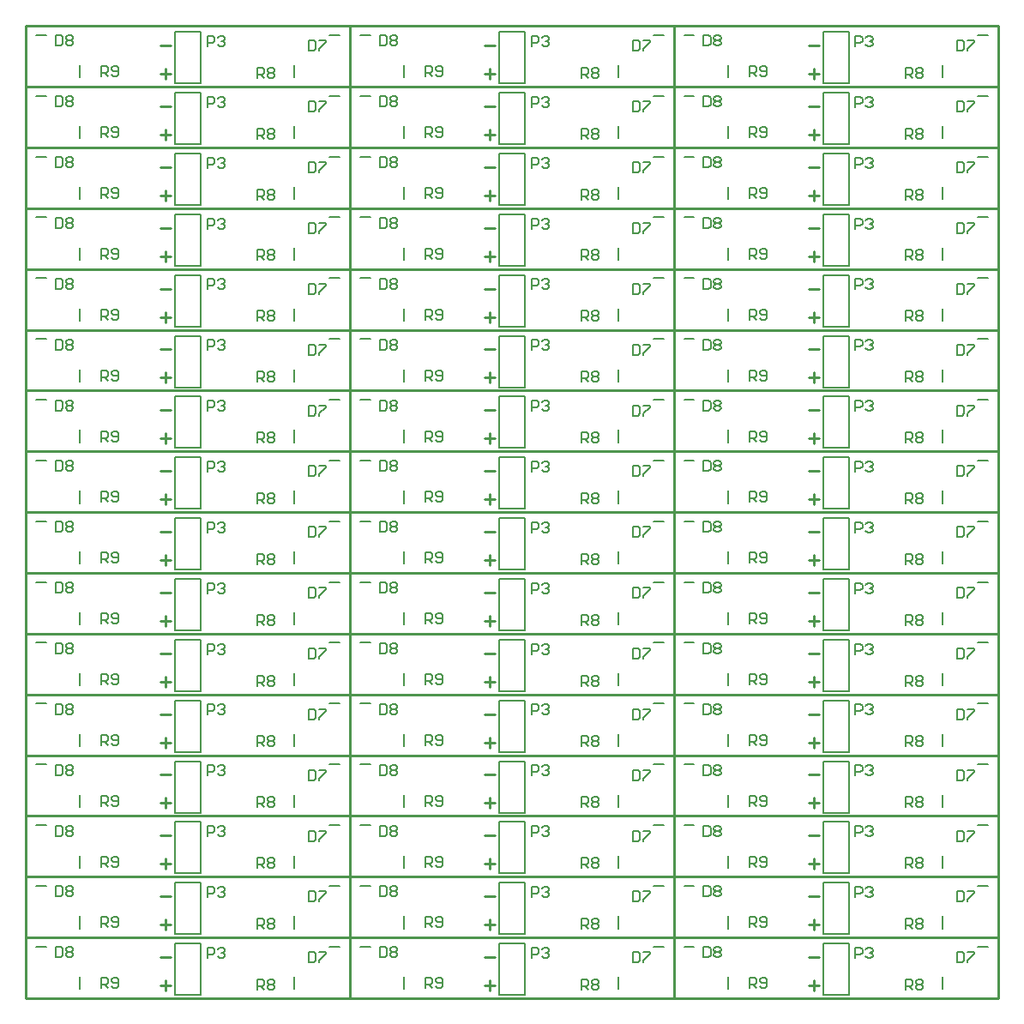
<source format=gto>
G04 Layer_Color=65535*
%FSLAX24Y24*%
%MOIN*%
G70*
G01*
G75*
%ADD13C,0.0100*%
%ADD16C,0.0079*%
%ADD17C,0.0060*%
D13*
X24800Y4400D02*
X25200D01*
X25000Y4600D02*
Y4200D01*
X24800Y5500D02*
X25200D01*
X37398Y4400D02*
X37798D01*
X37598Y4600D02*
Y4200D01*
X37398Y5500D02*
X37798D01*
X49997Y4400D02*
X50397D01*
X50197Y4600D02*
Y4200D01*
X49997Y5500D02*
X50397D01*
X24800Y6762D02*
X25200D01*
X25000Y6962D02*
Y6562D01*
X24800Y7862D02*
X25200D01*
X37398Y6762D02*
X37798D01*
X37598Y6962D02*
Y6562D01*
X37398Y7862D02*
X37798D01*
X49997Y6762D02*
X50397D01*
X50197Y6962D02*
Y6562D01*
X49997Y7862D02*
X50397D01*
X24800Y9124D02*
X25200D01*
X25000Y9324D02*
Y8924D01*
X24800Y10224D02*
X25200D01*
X37398Y9124D02*
X37798D01*
X37598Y9324D02*
Y8924D01*
X37398Y10224D02*
X37798D01*
X49997Y9124D02*
X50397D01*
X50197Y9324D02*
Y8924D01*
X49997Y10224D02*
X50397D01*
X24800Y11487D02*
X25200D01*
X25000Y11686D02*
Y11287D01*
X24800Y12587D02*
X25200D01*
X37398Y11487D02*
X37798D01*
X37598Y11686D02*
Y11287D01*
X37398Y12587D02*
X37798D01*
X49997Y11487D02*
X50397D01*
X50197Y11686D02*
Y11287D01*
X49997Y12587D02*
X50397D01*
X24800Y13849D02*
X25200D01*
X25000Y14049D02*
Y13649D01*
X24800Y14949D02*
X25200D01*
X37398Y13849D02*
X37798D01*
X37598Y14049D02*
Y13649D01*
X37398Y14949D02*
X37798D01*
X49997Y13849D02*
X50397D01*
X50197Y14049D02*
Y13649D01*
X49997Y14949D02*
X50397D01*
X24800Y16211D02*
X25200D01*
X25000Y16411D02*
Y16011D01*
X24800Y17311D02*
X25200D01*
X37398Y16211D02*
X37798D01*
X37598Y16411D02*
Y16011D01*
X37398Y17311D02*
X37798D01*
X49997Y16211D02*
X50397D01*
X50197Y16411D02*
Y16011D01*
X49997Y17311D02*
X50397D01*
X24800Y18573D02*
X25200D01*
X25000Y18773D02*
Y18373D01*
X24800Y19673D02*
X25200D01*
X37398Y18573D02*
X37798D01*
X37598Y18773D02*
Y18373D01*
X37398Y19673D02*
X37798D01*
X49997Y18573D02*
X50397D01*
X50197Y18773D02*
Y18373D01*
X49997Y19673D02*
X50397D01*
X24800Y20935D02*
X25200D01*
X25000Y21135D02*
Y20735D01*
X24800Y22035D02*
X25200D01*
X37398Y20935D02*
X37798D01*
X37598Y21135D02*
Y20735D01*
X37398Y22035D02*
X37798D01*
X49997Y20935D02*
X50397D01*
X50197Y21135D02*
Y20735D01*
X49997Y22035D02*
X50397D01*
X24800Y23298D02*
X25200D01*
X25000Y23497D02*
Y23098D01*
X24800Y24398D02*
X25200D01*
X37398Y23298D02*
X37798D01*
X37598Y23497D02*
Y23098D01*
X37398Y24398D02*
X37798D01*
X49997Y23298D02*
X50397D01*
X50197Y23497D02*
Y23098D01*
X49997Y24398D02*
X50397D01*
X24800Y25660D02*
X25200D01*
X25000Y25860D02*
Y25460D01*
X24800Y26760D02*
X25200D01*
X37398Y25660D02*
X37798D01*
X37598Y25860D02*
Y25460D01*
X37398Y26760D02*
X37798D01*
X49997Y25660D02*
X50397D01*
X50197Y25860D02*
Y25460D01*
X49997Y26760D02*
X50397D01*
X24800Y28022D02*
X25200D01*
X25000Y28222D02*
Y27822D01*
X24800Y29122D02*
X25200D01*
X37398Y28022D02*
X37798D01*
X37598Y28222D02*
Y27822D01*
X37398Y29122D02*
X37798D01*
X49997Y28022D02*
X50397D01*
X50197Y28222D02*
Y27822D01*
X49997Y29122D02*
X50397D01*
X24800Y30384D02*
X25200D01*
X25000Y30584D02*
Y30184D01*
X24800Y31484D02*
X25200D01*
X37398Y30384D02*
X37798D01*
X37598Y30584D02*
Y30184D01*
X37398Y31484D02*
X37798D01*
X49997Y30384D02*
X50397D01*
X50197Y30584D02*
Y30184D01*
X49997Y31484D02*
X50397D01*
X24800Y32746D02*
X25200D01*
X25000Y32946D02*
Y32546D01*
X24800Y33846D02*
X25200D01*
X37398Y32746D02*
X37798D01*
X37598Y32946D02*
Y32546D01*
X37398Y33846D02*
X37798D01*
X49997Y32746D02*
X50397D01*
X50197Y32946D02*
Y32546D01*
X49997Y33846D02*
X50397D01*
X24800Y35109D02*
X25200D01*
X25000Y35308D02*
Y34909D01*
X24800Y36209D02*
X25200D01*
X37398Y35109D02*
X37798D01*
X37598Y35308D02*
Y34909D01*
X37398Y36209D02*
X37798D01*
X49997Y35109D02*
X50397D01*
X50197Y35308D02*
Y34909D01*
X49997Y36209D02*
X50397D01*
X24800Y37471D02*
X25200D01*
X25000Y37671D02*
Y37271D01*
X24800Y38571D02*
X25200D01*
X37398Y37471D02*
X37798D01*
X37598Y37671D02*
Y37271D01*
X37398Y38571D02*
X37798D01*
X49997Y37471D02*
X50397D01*
X50197Y37671D02*
Y37271D01*
X49997Y38571D02*
X50397D01*
X24800Y39833D02*
X25200D01*
X25000Y40033D02*
Y39633D01*
X24800Y40933D02*
X25200D01*
X37398Y39833D02*
X37798D01*
X37598Y40033D02*
Y39633D01*
X37398Y40933D02*
X37798D01*
X49997Y39833D02*
X50397D01*
X50197Y40033D02*
Y39633D01*
X49997Y40933D02*
X50397D01*
X19550Y3900D02*
Y41700D01*
X57350D01*
Y3900D02*
Y41700D01*
X19550Y3900D02*
X57350D01*
X19550D02*
Y6262D01*
X32148D01*
X19550Y3900D02*
X32148D01*
Y6262D01*
Y3900D02*
Y6262D01*
X44747D01*
X32148Y3900D02*
X44747D01*
Y6262D01*
Y3900D02*
Y6262D01*
X57345D01*
X44747Y3900D02*
X57345D01*
Y6262D01*
X19550D02*
Y8624D01*
X32148D01*
X19550Y6262D02*
X32148D01*
Y8624D01*
Y6262D02*
Y8624D01*
X44747D01*
X32148Y6262D02*
X44747D01*
Y8624D01*
Y6262D02*
Y8624D01*
X57345D01*
X44747Y6262D02*
X57345D01*
Y8624D01*
X19550D02*
Y10987D01*
X32148D01*
X19550Y8624D02*
X32148D01*
Y10987D01*
Y8624D02*
Y10987D01*
X44747D01*
X32148Y8624D02*
X44747D01*
Y10987D01*
Y8624D02*
Y10987D01*
X57345D01*
X44747Y8624D02*
X57345D01*
Y10987D01*
X19550D02*
Y13349D01*
X32148D01*
X19550Y10987D02*
X32148D01*
Y13349D01*
Y10987D02*
Y13349D01*
X44747D01*
X32148Y10987D02*
X44747D01*
Y13349D01*
Y10987D02*
Y13349D01*
X57345D01*
X44747Y10987D02*
X57345D01*
Y13349D01*
X19550D02*
Y15711D01*
X32148D01*
X19550Y13349D02*
X32148D01*
Y15711D01*
Y13349D02*
Y15711D01*
X44747D01*
X32148Y13349D02*
X44747D01*
Y15711D01*
Y13349D02*
Y15711D01*
X57345D01*
X44747Y13349D02*
X57345D01*
Y15711D01*
X19550D02*
Y18073D01*
X32148D01*
X19550Y15711D02*
X32148D01*
Y18073D01*
Y15711D02*
Y18073D01*
X44747D01*
X32148Y15711D02*
X44747D01*
Y18073D01*
Y15711D02*
Y18073D01*
X57345D01*
X44747Y15711D02*
X57345D01*
Y18073D01*
X19550D02*
Y20435D01*
X32148D01*
X19550Y18073D02*
X32148D01*
Y20435D01*
Y18073D02*
Y20435D01*
X44747D01*
X32148Y18073D02*
X44747D01*
Y20435D01*
Y18073D02*
Y20435D01*
X57345D01*
X44747Y18073D02*
X57345D01*
Y20435D01*
X19550D02*
Y22798D01*
X32148D01*
X19550Y20435D02*
X32148D01*
Y22798D01*
Y20435D02*
Y22798D01*
X44747D01*
X32148Y20435D02*
X44747D01*
Y22798D01*
Y20435D02*
Y22798D01*
X57345D01*
X44747Y20435D02*
X57345D01*
Y22798D01*
X19550D02*
Y25160D01*
X32148D01*
X19550Y22798D02*
X32148D01*
Y25160D01*
Y22798D02*
Y25160D01*
X44747D01*
X32148Y22798D02*
X44747D01*
Y25160D01*
Y22798D02*
Y25160D01*
X57345D01*
X44747Y22798D02*
X57345D01*
Y25160D01*
X19550D02*
Y27522D01*
X32148D01*
X19550Y25160D02*
X32148D01*
Y27522D01*
Y25160D02*
Y27522D01*
X44747D01*
X32148Y25160D02*
X44747D01*
Y27522D01*
Y25160D02*
Y27522D01*
X57345D01*
X44747Y25160D02*
X57345D01*
Y27522D01*
X19550D02*
Y29884D01*
X32148D01*
X19550Y27522D02*
X32148D01*
Y29884D01*
Y27522D02*
Y29884D01*
X44747D01*
X32148Y27522D02*
X44747D01*
Y29884D01*
Y27522D02*
Y29884D01*
X57345D01*
X44747Y27522D02*
X57345D01*
Y29884D01*
X19550D02*
Y32246D01*
X32148D01*
X19550Y29884D02*
X32148D01*
Y32246D01*
Y29884D02*
Y32246D01*
X44747D01*
X32148Y29884D02*
X44747D01*
Y32246D01*
Y29884D02*
Y32246D01*
X57345D01*
X44747Y29884D02*
X57345D01*
Y32246D01*
X19550D02*
Y34609D01*
X32148D01*
X19550Y32246D02*
X32148D01*
Y34609D01*
Y32246D02*
Y34609D01*
X44747D01*
X32148Y32246D02*
X44747D01*
Y34609D01*
Y32246D02*
Y34609D01*
X57345D01*
X44747Y32246D02*
X57345D01*
Y34609D01*
X19550D02*
Y36971D01*
X32148D01*
X19550Y34609D02*
X32148D01*
Y36971D01*
Y34609D02*
Y36971D01*
X44747D01*
X32148Y34609D02*
X44747D01*
Y36971D01*
Y34609D02*
Y36971D01*
X57345D01*
X44747Y34609D02*
X57345D01*
Y36971D01*
X19550D02*
Y39333D01*
X32148D01*
X19550Y36971D02*
X32148D01*
Y39333D01*
Y36971D02*
Y39333D01*
X44747D01*
X32148Y36971D02*
X44747D01*
Y39333D01*
Y36971D02*
Y39333D01*
X57345D01*
X44747Y36971D02*
X57345D01*
Y39333D01*
X19550D02*
Y41695D01*
X32148D01*
X19550Y39333D02*
X32148D01*
Y41695D01*
Y39333D02*
Y41695D01*
X44747D01*
X32148Y39333D02*
X44747D01*
Y41695D01*
Y39333D02*
Y41695D01*
X57345D01*
X44747Y39333D02*
X57345D01*
Y41695D01*
D16*
X30000Y4254D02*
Y4727D01*
X21650Y4254D02*
Y4727D01*
X25349Y4030D02*
Y6030D01*
Y4030D02*
X26349D01*
Y6030D01*
X25349D02*
X26349D01*
X31361Y5908D02*
X31755D01*
X19944D02*
X20337D01*
X42598Y4254D02*
Y4727D01*
X34248Y4254D02*
Y4727D01*
X37948Y4030D02*
Y6030D01*
Y4030D02*
X38948D01*
Y6030D01*
X37948D02*
X38948D01*
X43959Y5908D02*
X44353D01*
X32542D02*
X32936D01*
X55197Y4254D02*
Y4727D01*
X46847Y4254D02*
Y4727D01*
X50546Y4030D02*
Y6030D01*
Y4030D02*
X51546D01*
Y6030D01*
X50546D02*
X51546D01*
X56558Y5908D02*
X56952D01*
X45141D02*
X45534D01*
X30000Y6617D02*
Y7089D01*
X21650Y6617D02*
Y7089D01*
X25349Y6392D02*
Y8392D01*
Y6392D02*
X26349D01*
Y8392D01*
X25349D02*
X26349D01*
X31361Y8270D02*
X31755D01*
X19944D02*
X20337D01*
X42598Y6617D02*
Y7089D01*
X34248Y6617D02*
Y7089D01*
X37948Y6392D02*
Y8392D01*
Y6392D02*
X38948D01*
Y8392D01*
X37948D02*
X38948D01*
X43959Y8270D02*
X44353D01*
X32542D02*
X32936D01*
X55197Y6617D02*
Y7089D01*
X46847Y6617D02*
Y7089D01*
X50546Y6392D02*
Y8392D01*
Y6392D02*
X51546D01*
Y8392D01*
X50546D02*
X51546D01*
X56558Y8270D02*
X56952D01*
X45141D02*
X45534D01*
X30000Y8979D02*
Y9451D01*
X21650Y8979D02*
Y9451D01*
X25349Y8754D02*
Y10754D01*
Y8754D02*
X26349D01*
Y10754D01*
X25349D02*
X26349D01*
X31361Y10632D02*
X31755D01*
X19944D02*
X20337D01*
X42598Y8979D02*
Y9451D01*
X34248Y8979D02*
Y9451D01*
X37948Y8754D02*
Y10754D01*
Y8754D02*
X38948D01*
Y10754D01*
X37948D02*
X38948D01*
X43959Y10632D02*
X44353D01*
X32542D02*
X32936D01*
X55197Y8979D02*
Y9451D01*
X46847Y8979D02*
Y9451D01*
X50546Y8754D02*
Y10754D01*
Y8754D02*
X51546D01*
Y10754D01*
X50546D02*
X51546D01*
X56558Y10632D02*
X56952D01*
X45141D02*
X45534D01*
X30000Y11341D02*
Y11813D01*
X21650Y11341D02*
Y11813D01*
X25349Y11117D02*
Y13117D01*
Y11117D02*
X26349D01*
Y13117D01*
X25349D02*
X26349D01*
X31361Y12994D02*
X31755D01*
X19944D02*
X20337D01*
X42598Y11341D02*
Y11813D01*
X34248Y11341D02*
Y11813D01*
X37948Y11117D02*
Y13117D01*
Y11117D02*
X38948D01*
Y13117D01*
X37948D02*
X38948D01*
X43959Y12994D02*
X44353D01*
X32542D02*
X32936D01*
X55197Y11341D02*
Y11813D01*
X46847Y11341D02*
Y11813D01*
X50546Y11117D02*
Y13117D01*
Y11117D02*
X51546D01*
Y13117D01*
X50546D02*
X51546D01*
X56558Y12994D02*
X56952D01*
X45141D02*
X45534D01*
X30000Y13703D02*
Y14176D01*
X21650Y13703D02*
Y14176D01*
X25349Y13479D02*
Y15479D01*
Y13479D02*
X26349D01*
Y15479D01*
X25349D02*
X26349D01*
X31361Y15357D02*
X31755D01*
X19944D02*
X20337D01*
X42598Y13703D02*
Y14176D01*
X34248Y13703D02*
Y14176D01*
X37948Y13479D02*
Y15479D01*
Y13479D02*
X38948D01*
Y15479D01*
X37948D02*
X38948D01*
X43959Y15357D02*
X44353D01*
X32542D02*
X32936D01*
X55197Y13703D02*
Y14176D01*
X46847Y13703D02*
Y14176D01*
X50546Y13479D02*
Y15479D01*
Y13479D02*
X51546D01*
Y15479D01*
X50546D02*
X51546D01*
X56558Y15357D02*
X56952D01*
X45141D02*
X45534D01*
X30000Y16065D02*
Y16538D01*
X21650Y16065D02*
Y16538D01*
X25349Y15841D02*
Y17841D01*
Y15841D02*
X26349D01*
Y17841D01*
X25349D02*
X26349D01*
X31361Y17719D02*
X31755D01*
X19944D02*
X20337D01*
X42598Y16065D02*
Y16538D01*
X34248Y16065D02*
Y16538D01*
X37948Y15841D02*
Y17841D01*
Y15841D02*
X38948D01*
Y17841D01*
X37948D02*
X38948D01*
X43959Y17719D02*
X44353D01*
X32542D02*
X32936D01*
X55197Y16065D02*
Y16538D01*
X46847Y16065D02*
Y16538D01*
X50546Y15841D02*
Y17841D01*
Y15841D02*
X51546D01*
Y17841D01*
X50546D02*
X51546D01*
X56558Y17719D02*
X56952D01*
X45141D02*
X45534D01*
X30000Y18428D02*
Y18900D01*
X21650Y18428D02*
Y18900D01*
X25349Y18203D02*
Y20203D01*
Y18203D02*
X26349D01*
Y20203D01*
X25349D02*
X26349D01*
X31361Y20081D02*
X31755D01*
X19944D02*
X20337D01*
X42598Y18428D02*
Y18900D01*
X34248Y18428D02*
Y18900D01*
X37948Y18203D02*
Y20203D01*
Y18203D02*
X38948D01*
Y20203D01*
X37948D02*
X38948D01*
X43959Y20081D02*
X44353D01*
X32542D02*
X32936D01*
X55197Y18428D02*
Y18900D01*
X46847Y18428D02*
Y18900D01*
X50546Y18203D02*
Y20203D01*
Y18203D02*
X51546D01*
Y20203D01*
X50546D02*
X51546D01*
X56558Y20081D02*
X56952D01*
X45141D02*
X45534D01*
X30000Y20790D02*
Y21262D01*
X21650Y20790D02*
Y21262D01*
X25349Y20565D02*
Y22565D01*
Y20565D02*
X26349D01*
Y22565D01*
X25349D02*
X26349D01*
X31361Y22443D02*
X31755D01*
X19944D02*
X20337D01*
X42598Y20790D02*
Y21262D01*
X34248Y20790D02*
Y21262D01*
X37948Y20565D02*
Y22565D01*
Y20565D02*
X38948D01*
Y22565D01*
X37948D02*
X38948D01*
X43959Y22443D02*
X44353D01*
X32542D02*
X32936D01*
X55197Y20790D02*
Y21262D01*
X46847Y20790D02*
Y21262D01*
X50546Y20565D02*
Y22565D01*
Y20565D02*
X51546D01*
Y22565D01*
X50546D02*
X51546D01*
X56558Y22443D02*
X56952D01*
X45141D02*
X45534D01*
X30000Y23152D02*
Y23624D01*
X21650Y23152D02*
Y23624D01*
X25349Y22928D02*
Y24928D01*
Y22928D02*
X26349D01*
Y24928D01*
X25349D02*
X26349D01*
X31361Y24806D02*
X31755D01*
X19944D02*
X20337D01*
X42598Y23152D02*
Y23624D01*
X34248Y23152D02*
Y23624D01*
X37948Y22928D02*
Y24928D01*
Y22928D02*
X38948D01*
Y24928D01*
X37948D02*
X38948D01*
X43959Y24806D02*
X44353D01*
X32542D02*
X32936D01*
X55197Y23152D02*
Y23624D01*
X46847Y23152D02*
Y23624D01*
X50546Y22928D02*
Y24928D01*
Y22928D02*
X51546D01*
Y24928D01*
X50546D02*
X51546D01*
X56558Y24806D02*
X56952D01*
X45141D02*
X45534D01*
X30000Y25514D02*
Y25987D01*
X21650Y25514D02*
Y25987D01*
X25349Y25290D02*
Y27290D01*
Y25290D02*
X26349D01*
Y27290D01*
X25349D02*
X26349D01*
X31361Y27168D02*
X31755D01*
X19944D02*
X20337D01*
X42598Y25514D02*
Y25987D01*
X34248Y25514D02*
Y25987D01*
X37948Y25290D02*
Y27290D01*
Y25290D02*
X38948D01*
Y27290D01*
X37948D02*
X38948D01*
X43959Y27168D02*
X44353D01*
X32542D02*
X32936D01*
X55197Y25514D02*
Y25987D01*
X46847Y25514D02*
Y25987D01*
X50546Y25290D02*
Y27290D01*
Y25290D02*
X51546D01*
Y27290D01*
X50546D02*
X51546D01*
X56558Y27168D02*
X56952D01*
X45141D02*
X45534D01*
X30000Y27876D02*
Y28349D01*
X21650Y27876D02*
Y28349D01*
X25349Y27652D02*
Y29652D01*
Y27652D02*
X26349D01*
Y29652D01*
X25349D02*
X26349D01*
X31361Y29530D02*
X31755D01*
X19944D02*
X20337D01*
X42598Y27876D02*
Y28349D01*
X34248Y27876D02*
Y28349D01*
X37948Y27652D02*
Y29652D01*
Y27652D02*
X38948D01*
Y29652D01*
X37948D02*
X38948D01*
X43959Y29530D02*
X44353D01*
X32542D02*
X32936D01*
X55197Y27876D02*
Y28349D01*
X46847Y27876D02*
Y28349D01*
X50546Y27652D02*
Y29652D01*
Y27652D02*
X51546D01*
Y29652D01*
X50546D02*
X51546D01*
X56558Y29530D02*
X56952D01*
X45141D02*
X45534D01*
X30000Y30239D02*
Y30711D01*
X21650Y30239D02*
Y30711D01*
X25349Y30014D02*
Y32014D01*
Y30014D02*
X26349D01*
Y32014D01*
X25349D02*
X26349D01*
X31361Y31892D02*
X31755D01*
X19944D02*
X20337D01*
X42598Y30239D02*
Y30711D01*
X34248Y30239D02*
Y30711D01*
X37948Y30014D02*
Y32014D01*
Y30014D02*
X38948D01*
Y32014D01*
X37948D02*
X38948D01*
X43959Y31892D02*
X44353D01*
X32542D02*
X32936D01*
X55197Y30239D02*
Y30711D01*
X46847Y30239D02*
Y30711D01*
X50546Y30014D02*
Y32014D01*
Y30014D02*
X51546D01*
Y32014D01*
X50546D02*
X51546D01*
X56558Y31892D02*
X56952D01*
X45141D02*
X45534D01*
X30000Y32601D02*
Y33073D01*
X21650Y32601D02*
Y33073D01*
X25349Y32376D02*
Y34376D01*
Y32376D02*
X26349D01*
Y34376D01*
X25349D02*
X26349D01*
X31361Y34254D02*
X31755D01*
X19944D02*
X20337D01*
X42598Y32601D02*
Y33073D01*
X34248Y32601D02*
Y33073D01*
X37948Y32376D02*
Y34376D01*
Y32376D02*
X38948D01*
Y34376D01*
X37948D02*
X38948D01*
X43959Y34254D02*
X44353D01*
X32542D02*
X32936D01*
X55197Y32601D02*
Y33073D01*
X46847Y32601D02*
Y33073D01*
X50546Y32376D02*
Y34376D01*
Y32376D02*
X51546D01*
Y34376D01*
X50546D02*
X51546D01*
X56558Y34254D02*
X56952D01*
X45141D02*
X45534D01*
X30000Y34963D02*
Y35435D01*
X21650Y34963D02*
Y35435D01*
X25349Y34739D02*
Y36739D01*
Y34739D02*
X26349D01*
Y36739D01*
X25349D02*
X26349D01*
X31361Y36617D02*
X31755D01*
X19944D02*
X20337D01*
X42598Y34963D02*
Y35435D01*
X34248Y34963D02*
Y35435D01*
X37948Y34739D02*
Y36739D01*
Y34739D02*
X38948D01*
Y36739D01*
X37948D02*
X38948D01*
X43959Y36617D02*
X44353D01*
X32542D02*
X32936D01*
X55197Y34963D02*
Y35435D01*
X46847Y34963D02*
Y35435D01*
X50546Y34739D02*
Y36739D01*
Y34739D02*
X51546D01*
Y36739D01*
X50546D02*
X51546D01*
X56558Y36617D02*
X56952D01*
X45141D02*
X45534D01*
X30000Y37325D02*
Y37798D01*
X21650Y37325D02*
Y37798D01*
X25349Y37101D02*
Y39101D01*
Y37101D02*
X26349D01*
Y39101D01*
X25349D02*
X26349D01*
X31361Y38979D02*
X31755D01*
X19944D02*
X20337D01*
X42598Y37325D02*
Y37798D01*
X34248Y37325D02*
Y37798D01*
X37948Y37101D02*
Y39101D01*
Y37101D02*
X38948D01*
Y39101D01*
X37948D02*
X38948D01*
X43959Y38979D02*
X44353D01*
X32542D02*
X32936D01*
X55197Y37325D02*
Y37798D01*
X46847Y37325D02*
Y37798D01*
X50546Y37101D02*
Y39101D01*
Y37101D02*
X51546D01*
Y39101D01*
X50546D02*
X51546D01*
X56558Y38979D02*
X56952D01*
X45141D02*
X45534D01*
X30000Y39687D02*
Y40160D01*
X21650Y39687D02*
Y40160D01*
X25349Y39463D02*
Y41463D01*
Y39463D02*
X26349D01*
Y41463D01*
X25349D02*
X26349D01*
X31361Y41341D02*
X31755D01*
X19944D02*
X20337D01*
X42598Y39687D02*
Y40160D01*
X34248Y39687D02*
Y40160D01*
X37948Y39463D02*
Y41463D01*
Y39463D02*
X38948D01*
Y41463D01*
X37948D02*
X38948D01*
X43959Y41341D02*
X44353D01*
X32542D02*
X32936D01*
X55197Y39687D02*
Y40160D01*
X46847Y39687D02*
Y40160D01*
X50546Y39463D02*
Y41463D01*
Y39463D02*
X51546D01*
Y41463D01*
X50546D02*
X51546D01*
X56558Y41341D02*
X56952D01*
X45141D02*
X45534D01*
D17*
X30556Y5692D02*
Y5292D01*
X30755D01*
X30822Y5359D01*
Y5625D01*
X30755Y5692D01*
X30556D01*
X30955D02*
X31222D01*
Y5625D01*
X30955Y5359D01*
Y5292D01*
X20706Y5892D02*
Y5492D01*
X20905D01*
X20972Y5559D01*
Y5825D01*
X20905Y5892D01*
X20706D01*
X21105Y5825D02*
X21172Y5892D01*
X21305D01*
X21372Y5825D01*
Y5759D01*
X21305Y5692D01*
X21372Y5625D01*
Y5559D01*
X21305Y5492D01*
X21172D01*
X21105Y5559D01*
Y5625D01*
X21172Y5692D01*
X21105Y5759D01*
Y5825D01*
X21172Y5692D02*
X21305D01*
X26606Y5471D02*
Y5871D01*
X26805D01*
X26872Y5804D01*
Y5671D01*
X26805Y5604D01*
X26606D01*
X27005Y5804D02*
X27072Y5871D01*
X27205D01*
X27272Y5804D01*
Y5737D01*
X27205Y5671D01*
X27139D01*
X27205D01*
X27272Y5604D01*
Y5538D01*
X27205Y5471D01*
X27072D01*
X27005Y5538D01*
X28550Y4241D02*
Y4640D01*
X28750D01*
X28817Y4574D01*
Y4440D01*
X28750Y4374D01*
X28550D01*
X28683D02*
X28817Y4241D01*
X28950Y4574D02*
X29017Y4640D01*
X29150D01*
X29216Y4574D01*
Y4507D01*
X29150Y4440D01*
X29216Y4374D01*
Y4307D01*
X29150Y4241D01*
X29017D01*
X28950Y4307D01*
Y4374D01*
X29017Y4440D01*
X28950Y4507D01*
Y4574D01*
X29017Y4440D02*
X29150D01*
X22500Y4291D02*
Y4690D01*
X22700D01*
X22767Y4624D01*
Y4490D01*
X22700Y4424D01*
X22500D01*
X22633D02*
X22767Y4291D01*
X22900Y4357D02*
X22967Y4291D01*
X23100D01*
X23166Y4357D01*
Y4624D01*
X23100Y4690D01*
X22967D01*
X22900Y4624D01*
Y4557D01*
X22967Y4490D01*
X23166D01*
X43154Y5692D02*
Y5292D01*
X43354D01*
X43421Y5359D01*
Y5625D01*
X43354Y5692D01*
X43154D01*
X43554D02*
X43820D01*
Y5625D01*
X43554Y5359D01*
Y5292D01*
X33304Y5892D02*
Y5492D01*
X33504D01*
X33571Y5559D01*
Y5825D01*
X33504Y5892D01*
X33304D01*
X33704Y5825D02*
X33770Y5892D01*
X33904D01*
X33970Y5825D01*
Y5759D01*
X33904Y5692D01*
X33970Y5625D01*
Y5559D01*
X33904Y5492D01*
X33770D01*
X33704Y5559D01*
Y5625D01*
X33770Y5692D01*
X33704Y5759D01*
Y5825D01*
X33770Y5692D02*
X33904D01*
X39204Y5471D02*
Y5871D01*
X39404D01*
X39471Y5804D01*
Y5671D01*
X39404Y5604D01*
X39204D01*
X39604Y5804D02*
X39670Y5871D01*
X39804D01*
X39870Y5804D01*
Y5737D01*
X39804Y5671D01*
X39737D01*
X39804D01*
X39870Y5604D01*
Y5538D01*
X39804Y5471D01*
X39670D01*
X39604Y5538D01*
X41148Y4241D02*
Y4640D01*
X41348D01*
X41415Y4574D01*
Y4440D01*
X41348Y4374D01*
X41148D01*
X41282D02*
X41415Y4241D01*
X41548Y4574D02*
X41615Y4640D01*
X41748D01*
X41815Y4574D01*
Y4507D01*
X41748Y4440D01*
X41815Y4374D01*
Y4307D01*
X41748Y4241D01*
X41615D01*
X41548Y4307D01*
Y4374D01*
X41615Y4440D01*
X41548Y4507D01*
Y4574D01*
X41615Y4440D02*
X41748D01*
X35098Y4291D02*
Y4690D01*
X35298D01*
X35365Y4624D01*
Y4490D01*
X35298Y4424D01*
X35098D01*
X35232D02*
X35365Y4291D01*
X35498Y4357D02*
X35565Y4291D01*
X35698D01*
X35765Y4357D01*
Y4624D01*
X35698Y4690D01*
X35565D01*
X35498Y4624D01*
Y4557D01*
X35565Y4490D01*
X35765D01*
X55752Y5692D02*
Y5292D01*
X55952D01*
X56019Y5359D01*
Y5625D01*
X55952Y5692D01*
X55752D01*
X56152D02*
X56419D01*
Y5625D01*
X56152Y5359D01*
Y5292D01*
X45902Y5892D02*
Y5492D01*
X46102D01*
X46169Y5559D01*
Y5825D01*
X46102Y5892D01*
X45902D01*
X46302Y5825D02*
X46369Y5892D01*
X46502D01*
X46569Y5825D01*
Y5759D01*
X46502Y5692D01*
X46569Y5625D01*
Y5559D01*
X46502Y5492D01*
X46369D01*
X46302Y5559D01*
Y5625D01*
X46369Y5692D01*
X46302Y5759D01*
Y5825D01*
X46369Y5692D02*
X46502D01*
X51802Y5471D02*
Y5871D01*
X52002D01*
X52069Y5804D01*
Y5671D01*
X52002Y5604D01*
X51802D01*
X52202Y5804D02*
X52269Y5871D01*
X52402D01*
X52469Y5804D01*
Y5737D01*
X52402Y5671D01*
X52336D01*
X52402D01*
X52469Y5604D01*
Y5538D01*
X52402Y5471D01*
X52269D01*
X52202Y5538D01*
X53747Y4241D02*
Y4640D01*
X53947D01*
X54013Y4574D01*
Y4440D01*
X53947Y4374D01*
X53747D01*
X53880D02*
X54013Y4241D01*
X54147Y4574D02*
X54213Y4640D01*
X54347D01*
X54413Y4574D01*
Y4507D01*
X54347Y4440D01*
X54413Y4374D01*
Y4307D01*
X54347Y4241D01*
X54213D01*
X54147Y4307D01*
Y4374D01*
X54213Y4440D01*
X54147Y4507D01*
Y4574D01*
X54213Y4440D02*
X54347D01*
X47697Y4291D02*
Y4690D01*
X47897D01*
X47963Y4624D01*
Y4490D01*
X47897Y4424D01*
X47697D01*
X47830D02*
X47963Y4291D01*
X48097Y4357D02*
X48163Y4291D01*
X48297D01*
X48363Y4357D01*
Y4624D01*
X48297Y4690D01*
X48163D01*
X48097Y4624D01*
Y4557D01*
X48163Y4490D01*
X48363D01*
X30556Y8054D02*
Y7654D01*
X30755D01*
X30822Y7721D01*
Y7988D01*
X30755Y8054D01*
X30556D01*
X30955D02*
X31222D01*
Y7988D01*
X30955Y7721D01*
Y7654D01*
X20706Y8254D02*
Y7854D01*
X20905D01*
X20972Y7921D01*
Y8188D01*
X20905Y8254D01*
X20706D01*
X21105Y8188D02*
X21172Y8254D01*
X21305D01*
X21372Y8188D01*
Y8121D01*
X21305Y8054D01*
X21372Y7988D01*
Y7921D01*
X21305Y7854D01*
X21172D01*
X21105Y7921D01*
Y7988D01*
X21172Y8054D01*
X21105Y8121D01*
Y8188D01*
X21172Y8054D02*
X21305D01*
X26606Y7833D02*
Y8233D01*
X26805D01*
X26872Y8166D01*
Y8033D01*
X26805Y7966D01*
X26606D01*
X27005Y8166D02*
X27072Y8233D01*
X27205D01*
X27272Y8166D01*
Y8100D01*
X27205Y8033D01*
X27139D01*
X27205D01*
X27272Y7966D01*
Y7900D01*
X27205Y7833D01*
X27072D01*
X27005Y7900D01*
X28550Y6603D02*
Y7003D01*
X28750D01*
X28817Y6936D01*
Y6803D01*
X28750Y6736D01*
X28550D01*
X28683D02*
X28817Y6603D01*
X28950Y6936D02*
X29017Y7003D01*
X29150D01*
X29216Y6936D01*
Y6869D01*
X29150Y6803D01*
X29216Y6736D01*
Y6669D01*
X29150Y6603D01*
X29017D01*
X28950Y6669D01*
Y6736D01*
X29017Y6803D01*
X28950Y6869D01*
Y6936D01*
X29017Y6803D02*
X29150D01*
X22500Y6653D02*
Y7053D01*
X22700D01*
X22767Y6986D01*
Y6853D01*
X22700Y6786D01*
X22500D01*
X22633D02*
X22767Y6653D01*
X22900Y6719D02*
X22967Y6653D01*
X23100D01*
X23166Y6719D01*
Y6986D01*
X23100Y7053D01*
X22967D01*
X22900Y6986D01*
Y6919D01*
X22967Y6853D01*
X23166D01*
X43154Y8054D02*
Y7654D01*
X43354D01*
X43421Y7721D01*
Y7988D01*
X43354Y8054D01*
X43154D01*
X43554D02*
X43820D01*
Y7988D01*
X43554Y7721D01*
Y7654D01*
X33304Y8254D02*
Y7854D01*
X33504D01*
X33571Y7921D01*
Y8188D01*
X33504Y8254D01*
X33304D01*
X33704Y8188D02*
X33770Y8254D01*
X33904D01*
X33970Y8188D01*
Y8121D01*
X33904Y8054D01*
X33970Y7988D01*
Y7921D01*
X33904Y7854D01*
X33770D01*
X33704Y7921D01*
Y7988D01*
X33770Y8054D01*
X33704Y8121D01*
Y8188D01*
X33770Y8054D02*
X33904D01*
X39204Y7833D02*
Y8233D01*
X39404D01*
X39471Y8166D01*
Y8033D01*
X39404Y7966D01*
X39204D01*
X39604Y8166D02*
X39670Y8233D01*
X39804D01*
X39870Y8166D01*
Y8100D01*
X39804Y8033D01*
X39737D01*
X39804D01*
X39870Y7966D01*
Y7900D01*
X39804Y7833D01*
X39670D01*
X39604Y7900D01*
X41148Y6603D02*
Y7003D01*
X41348D01*
X41415Y6936D01*
Y6803D01*
X41348Y6736D01*
X41148D01*
X41282D02*
X41415Y6603D01*
X41548Y6936D02*
X41615Y7003D01*
X41748D01*
X41815Y6936D01*
Y6869D01*
X41748Y6803D01*
X41815Y6736D01*
Y6669D01*
X41748Y6603D01*
X41615D01*
X41548Y6669D01*
Y6736D01*
X41615Y6803D01*
X41548Y6869D01*
Y6936D01*
X41615Y6803D02*
X41748D01*
X35098Y6653D02*
Y7053D01*
X35298D01*
X35365Y6986D01*
Y6853D01*
X35298Y6786D01*
X35098D01*
X35232D02*
X35365Y6653D01*
X35498Y6719D02*
X35565Y6653D01*
X35698D01*
X35765Y6719D01*
Y6986D01*
X35698Y7053D01*
X35565D01*
X35498Y6986D01*
Y6919D01*
X35565Y6853D01*
X35765D01*
X55752Y8054D02*
Y7654D01*
X55952D01*
X56019Y7721D01*
Y7988D01*
X55952Y8054D01*
X55752D01*
X56152D02*
X56419D01*
Y7988D01*
X56152Y7721D01*
Y7654D01*
X45902Y8254D02*
Y7854D01*
X46102D01*
X46169Y7921D01*
Y8188D01*
X46102Y8254D01*
X45902D01*
X46302Y8188D02*
X46369Y8254D01*
X46502D01*
X46569Y8188D01*
Y8121D01*
X46502Y8054D01*
X46569Y7988D01*
Y7921D01*
X46502Y7854D01*
X46369D01*
X46302Y7921D01*
Y7988D01*
X46369Y8054D01*
X46302Y8121D01*
Y8188D01*
X46369Y8054D02*
X46502D01*
X51802Y7833D02*
Y8233D01*
X52002D01*
X52069Y8166D01*
Y8033D01*
X52002Y7966D01*
X51802D01*
X52202Y8166D02*
X52269Y8233D01*
X52402D01*
X52469Y8166D01*
Y8100D01*
X52402Y8033D01*
X52336D01*
X52402D01*
X52469Y7966D01*
Y7900D01*
X52402Y7833D01*
X52269D01*
X52202Y7900D01*
X53747Y6603D02*
Y7003D01*
X53947D01*
X54013Y6936D01*
Y6803D01*
X53947Y6736D01*
X53747D01*
X53880D02*
X54013Y6603D01*
X54147Y6936D02*
X54213Y7003D01*
X54347D01*
X54413Y6936D01*
Y6869D01*
X54347Y6803D01*
X54413Y6736D01*
Y6669D01*
X54347Y6603D01*
X54213D01*
X54147Y6669D01*
Y6736D01*
X54213Y6803D01*
X54147Y6869D01*
Y6936D01*
X54213Y6803D02*
X54347D01*
X47697Y6653D02*
Y7053D01*
X47897D01*
X47963Y6986D01*
Y6853D01*
X47897Y6786D01*
X47697D01*
X47830D02*
X47963Y6653D01*
X48097Y6719D02*
X48163Y6653D01*
X48297D01*
X48363Y6719D01*
Y6986D01*
X48297Y7053D01*
X48163D01*
X48097Y6986D01*
Y6919D01*
X48163Y6853D01*
X48363D01*
X30556Y10416D02*
Y10017D01*
X30755D01*
X30822Y10083D01*
Y10350D01*
X30755Y10416D01*
X30556D01*
X30955D02*
X31222D01*
Y10350D01*
X30955Y10083D01*
Y10017D01*
X20706Y10616D02*
Y10217D01*
X20905D01*
X20972Y10283D01*
Y10550D01*
X20905Y10616D01*
X20706D01*
X21105Y10550D02*
X21172Y10616D01*
X21305D01*
X21372Y10550D01*
Y10483D01*
X21305Y10416D01*
X21372Y10350D01*
Y10283D01*
X21305Y10217D01*
X21172D01*
X21105Y10283D01*
Y10350D01*
X21172Y10416D01*
X21105Y10483D01*
Y10550D01*
X21172Y10416D02*
X21305D01*
X26606Y10195D02*
Y10595D01*
X26805D01*
X26872Y10529D01*
Y10395D01*
X26805Y10329D01*
X26606D01*
X27005Y10529D02*
X27072Y10595D01*
X27205D01*
X27272Y10529D01*
Y10462D01*
X27205Y10395D01*
X27139D01*
X27205D01*
X27272Y10329D01*
Y10262D01*
X27205Y10195D01*
X27072D01*
X27005Y10262D01*
X28550Y8965D02*
Y9365D01*
X28750D01*
X28817Y9298D01*
Y9165D01*
X28750Y9098D01*
X28550D01*
X28683D02*
X28817Y8965D01*
X28950Y9298D02*
X29017Y9365D01*
X29150D01*
X29216Y9298D01*
Y9232D01*
X29150Y9165D01*
X29216Y9098D01*
Y9032D01*
X29150Y8965D01*
X29017D01*
X28950Y9032D01*
Y9098D01*
X29017Y9165D01*
X28950Y9232D01*
Y9298D01*
X29017Y9165D02*
X29150D01*
X22500Y9015D02*
Y9415D01*
X22700D01*
X22767Y9348D01*
Y9215D01*
X22700Y9148D01*
X22500D01*
X22633D02*
X22767Y9015D01*
X22900Y9082D02*
X22967Y9015D01*
X23100D01*
X23166Y9082D01*
Y9348D01*
X23100Y9415D01*
X22967D01*
X22900Y9348D01*
Y9282D01*
X22967Y9215D01*
X23166D01*
X43154Y10416D02*
Y10017D01*
X43354D01*
X43421Y10083D01*
Y10350D01*
X43354Y10416D01*
X43154D01*
X43554D02*
X43820D01*
Y10350D01*
X43554Y10083D01*
Y10017D01*
X33304Y10616D02*
Y10217D01*
X33504D01*
X33571Y10283D01*
Y10550D01*
X33504Y10616D01*
X33304D01*
X33704Y10550D02*
X33770Y10616D01*
X33904D01*
X33970Y10550D01*
Y10483D01*
X33904Y10416D01*
X33970Y10350D01*
Y10283D01*
X33904Y10217D01*
X33770D01*
X33704Y10283D01*
Y10350D01*
X33770Y10416D01*
X33704Y10483D01*
Y10550D01*
X33770Y10416D02*
X33904D01*
X39204Y10195D02*
Y10595D01*
X39404D01*
X39471Y10529D01*
Y10395D01*
X39404Y10329D01*
X39204D01*
X39604Y10529D02*
X39670Y10595D01*
X39804D01*
X39870Y10529D01*
Y10462D01*
X39804Y10395D01*
X39737D01*
X39804D01*
X39870Y10329D01*
Y10262D01*
X39804Y10195D01*
X39670D01*
X39604Y10262D01*
X41148Y8965D02*
Y9365D01*
X41348D01*
X41415Y9298D01*
Y9165D01*
X41348Y9098D01*
X41148D01*
X41282D02*
X41415Y8965D01*
X41548Y9298D02*
X41615Y9365D01*
X41748D01*
X41815Y9298D01*
Y9232D01*
X41748Y9165D01*
X41815Y9098D01*
Y9032D01*
X41748Y8965D01*
X41615D01*
X41548Y9032D01*
Y9098D01*
X41615Y9165D01*
X41548Y9232D01*
Y9298D01*
X41615Y9165D02*
X41748D01*
X35098Y9015D02*
Y9415D01*
X35298D01*
X35365Y9348D01*
Y9215D01*
X35298Y9148D01*
X35098D01*
X35232D02*
X35365Y9015D01*
X35498Y9082D02*
X35565Y9015D01*
X35698D01*
X35765Y9082D01*
Y9348D01*
X35698Y9415D01*
X35565D01*
X35498Y9348D01*
Y9282D01*
X35565Y9215D01*
X35765D01*
X55752Y10416D02*
Y10017D01*
X55952D01*
X56019Y10083D01*
Y10350D01*
X55952Y10416D01*
X55752D01*
X56152D02*
X56419D01*
Y10350D01*
X56152Y10083D01*
Y10017D01*
X45902Y10616D02*
Y10217D01*
X46102D01*
X46169Y10283D01*
Y10550D01*
X46102Y10616D01*
X45902D01*
X46302Y10550D02*
X46369Y10616D01*
X46502D01*
X46569Y10550D01*
Y10483D01*
X46502Y10416D01*
X46569Y10350D01*
Y10283D01*
X46502Y10217D01*
X46369D01*
X46302Y10283D01*
Y10350D01*
X46369Y10416D01*
X46302Y10483D01*
Y10550D01*
X46369Y10416D02*
X46502D01*
X51802Y10195D02*
Y10595D01*
X52002D01*
X52069Y10529D01*
Y10395D01*
X52002Y10329D01*
X51802D01*
X52202Y10529D02*
X52269Y10595D01*
X52402D01*
X52469Y10529D01*
Y10462D01*
X52402Y10395D01*
X52336D01*
X52402D01*
X52469Y10329D01*
Y10262D01*
X52402Y10195D01*
X52269D01*
X52202Y10262D01*
X53747Y8965D02*
Y9365D01*
X53947D01*
X54013Y9298D01*
Y9165D01*
X53947Y9098D01*
X53747D01*
X53880D02*
X54013Y8965D01*
X54147Y9298D02*
X54213Y9365D01*
X54347D01*
X54413Y9298D01*
Y9232D01*
X54347Y9165D01*
X54413Y9098D01*
Y9032D01*
X54347Y8965D01*
X54213D01*
X54147Y9032D01*
Y9098D01*
X54213Y9165D01*
X54147Y9232D01*
Y9298D01*
X54213Y9165D02*
X54347D01*
X47697Y9015D02*
Y9415D01*
X47897D01*
X47963Y9348D01*
Y9215D01*
X47897Y9148D01*
X47697D01*
X47830D02*
X47963Y9015D01*
X48097Y9082D02*
X48163Y9015D01*
X48297D01*
X48363Y9082D01*
Y9348D01*
X48297Y9415D01*
X48163D01*
X48097Y9348D01*
Y9282D01*
X48163Y9215D01*
X48363D01*
X30556Y12779D02*
Y12379D01*
X30755D01*
X30822Y12445D01*
Y12712D01*
X30755Y12779D01*
X30556D01*
X30955D02*
X31222D01*
Y12712D01*
X30955Y12445D01*
Y12379D01*
X20706Y12979D02*
Y12579D01*
X20905D01*
X20972Y12645D01*
Y12912D01*
X20905Y12979D01*
X20706D01*
X21105Y12912D02*
X21172Y12979D01*
X21305D01*
X21372Y12912D01*
Y12845D01*
X21305Y12779D01*
X21372Y12712D01*
Y12645D01*
X21305Y12579D01*
X21172D01*
X21105Y12645D01*
Y12712D01*
X21172Y12779D01*
X21105Y12845D01*
Y12912D01*
X21172Y12779D02*
X21305D01*
X26606Y12557D02*
Y12957D01*
X26805D01*
X26872Y12891D01*
Y12757D01*
X26805Y12691D01*
X26606D01*
X27005Y12891D02*
X27072Y12957D01*
X27205D01*
X27272Y12891D01*
Y12824D01*
X27205Y12757D01*
X27139D01*
X27205D01*
X27272Y12691D01*
Y12624D01*
X27205Y12557D01*
X27072D01*
X27005Y12624D01*
X28550Y11327D02*
Y11727D01*
X28750D01*
X28817Y11660D01*
Y11527D01*
X28750Y11460D01*
X28550D01*
X28683D02*
X28817Y11327D01*
X28950Y11660D02*
X29017Y11727D01*
X29150D01*
X29216Y11660D01*
Y11594D01*
X29150Y11527D01*
X29216Y11460D01*
Y11394D01*
X29150Y11327D01*
X29017D01*
X28950Y11394D01*
Y11460D01*
X29017Y11527D01*
X28950Y11594D01*
Y11660D01*
X29017Y11527D02*
X29150D01*
X22500Y11377D02*
Y11777D01*
X22700D01*
X22767Y11710D01*
Y11577D01*
X22700Y11510D01*
X22500D01*
X22633D02*
X22767Y11377D01*
X22900Y11444D02*
X22967Y11377D01*
X23100D01*
X23166Y11444D01*
Y11710D01*
X23100Y11777D01*
X22967D01*
X22900Y11710D01*
Y11644D01*
X22967Y11577D01*
X23166D01*
X43154Y12779D02*
Y12379D01*
X43354D01*
X43421Y12445D01*
Y12712D01*
X43354Y12779D01*
X43154D01*
X43554D02*
X43820D01*
Y12712D01*
X43554Y12445D01*
Y12379D01*
X33304Y12979D02*
Y12579D01*
X33504D01*
X33571Y12645D01*
Y12912D01*
X33504Y12979D01*
X33304D01*
X33704Y12912D02*
X33770Y12979D01*
X33904D01*
X33970Y12912D01*
Y12845D01*
X33904Y12779D01*
X33970Y12712D01*
Y12645D01*
X33904Y12579D01*
X33770D01*
X33704Y12645D01*
Y12712D01*
X33770Y12779D01*
X33704Y12845D01*
Y12912D01*
X33770Y12779D02*
X33904D01*
X39204Y12557D02*
Y12957D01*
X39404D01*
X39471Y12891D01*
Y12757D01*
X39404Y12691D01*
X39204D01*
X39604Y12891D02*
X39670Y12957D01*
X39804D01*
X39870Y12891D01*
Y12824D01*
X39804Y12757D01*
X39737D01*
X39804D01*
X39870Y12691D01*
Y12624D01*
X39804Y12557D01*
X39670D01*
X39604Y12624D01*
X41148Y11327D02*
Y11727D01*
X41348D01*
X41415Y11660D01*
Y11527D01*
X41348Y11460D01*
X41148D01*
X41282D02*
X41415Y11327D01*
X41548Y11660D02*
X41615Y11727D01*
X41748D01*
X41815Y11660D01*
Y11594D01*
X41748Y11527D01*
X41815Y11460D01*
Y11394D01*
X41748Y11327D01*
X41615D01*
X41548Y11394D01*
Y11460D01*
X41615Y11527D01*
X41548Y11594D01*
Y11660D01*
X41615Y11527D02*
X41748D01*
X35098Y11377D02*
Y11777D01*
X35298D01*
X35365Y11710D01*
Y11577D01*
X35298Y11510D01*
X35098D01*
X35232D02*
X35365Y11377D01*
X35498Y11444D02*
X35565Y11377D01*
X35698D01*
X35765Y11444D01*
Y11710D01*
X35698Y11777D01*
X35565D01*
X35498Y11710D01*
Y11644D01*
X35565Y11577D01*
X35765D01*
X55752Y12779D02*
Y12379D01*
X55952D01*
X56019Y12445D01*
Y12712D01*
X55952Y12779D01*
X55752D01*
X56152D02*
X56419D01*
Y12712D01*
X56152Y12445D01*
Y12379D01*
X45902Y12979D02*
Y12579D01*
X46102D01*
X46169Y12645D01*
Y12912D01*
X46102Y12979D01*
X45902D01*
X46302Y12912D02*
X46369Y12979D01*
X46502D01*
X46569Y12912D01*
Y12845D01*
X46502Y12779D01*
X46569Y12712D01*
Y12645D01*
X46502Y12579D01*
X46369D01*
X46302Y12645D01*
Y12712D01*
X46369Y12779D01*
X46302Y12845D01*
Y12912D01*
X46369Y12779D02*
X46502D01*
X51802Y12557D02*
Y12957D01*
X52002D01*
X52069Y12891D01*
Y12757D01*
X52002Y12691D01*
X51802D01*
X52202Y12891D02*
X52269Y12957D01*
X52402D01*
X52469Y12891D01*
Y12824D01*
X52402Y12757D01*
X52336D01*
X52402D01*
X52469Y12691D01*
Y12624D01*
X52402Y12557D01*
X52269D01*
X52202Y12624D01*
X53747Y11327D02*
Y11727D01*
X53947D01*
X54013Y11660D01*
Y11527D01*
X53947Y11460D01*
X53747D01*
X53880D02*
X54013Y11327D01*
X54147Y11660D02*
X54213Y11727D01*
X54347D01*
X54413Y11660D01*
Y11594D01*
X54347Y11527D01*
X54413Y11460D01*
Y11394D01*
X54347Y11327D01*
X54213D01*
X54147Y11394D01*
Y11460D01*
X54213Y11527D01*
X54147Y11594D01*
Y11660D01*
X54213Y11527D02*
X54347D01*
X47697Y11377D02*
Y11777D01*
X47897D01*
X47963Y11710D01*
Y11577D01*
X47897Y11510D01*
X47697D01*
X47830D02*
X47963Y11377D01*
X48097Y11444D02*
X48163Y11377D01*
X48297D01*
X48363Y11444D01*
Y11710D01*
X48297Y11777D01*
X48163D01*
X48097Y11710D01*
Y11644D01*
X48163Y11577D01*
X48363D01*
X30556Y15141D02*
Y14741D01*
X30755D01*
X30822Y14808D01*
Y15074D01*
X30755Y15141D01*
X30556D01*
X30955D02*
X31222D01*
Y15074D01*
X30955Y14808D01*
Y14741D01*
X20706Y15341D02*
Y14941D01*
X20905D01*
X20972Y15008D01*
Y15274D01*
X20905Y15341D01*
X20706D01*
X21105Y15274D02*
X21172Y15341D01*
X21305D01*
X21372Y15274D01*
Y15208D01*
X21305Y15141D01*
X21372Y15074D01*
Y15008D01*
X21305Y14941D01*
X21172D01*
X21105Y15008D01*
Y15074D01*
X21172Y15141D01*
X21105Y15208D01*
Y15274D01*
X21172Y15141D02*
X21305D01*
X26606Y14920D02*
Y15320D01*
X26805D01*
X26872Y15253D01*
Y15120D01*
X26805Y15053D01*
X26606D01*
X27005Y15253D02*
X27072Y15320D01*
X27205D01*
X27272Y15253D01*
Y15186D01*
X27205Y15120D01*
X27139D01*
X27205D01*
X27272Y15053D01*
Y14986D01*
X27205Y14920D01*
X27072D01*
X27005Y14986D01*
X28550Y13689D02*
Y14089D01*
X28750D01*
X28817Y14023D01*
Y13889D01*
X28750Y13823D01*
X28550D01*
X28683D02*
X28817Y13689D01*
X28950Y14023D02*
X29017Y14089D01*
X29150D01*
X29216Y14023D01*
Y13956D01*
X29150Y13889D01*
X29216Y13823D01*
Y13756D01*
X29150Y13689D01*
X29017D01*
X28950Y13756D01*
Y13823D01*
X29017Y13889D01*
X28950Y13956D01*
Y14023D01*
X29017Y13889D02*
X29150D01*
X22500Y13739D02*
Y14139D01*
X22700D01*
X22767Y14073D01*
Y13939D01*
X22700Y13873D01*
X22500D01*
X22633D02*
X22767Y13739D01*
X22900Y13806D02*
X22967Y13739D01*
X23100D01*
X23166Y13806D01*
Y14073D01*
X23100Y14139D01*
X22967D01*
X22900Y14073D01*
Y14006D01*
X22967Y13939D01*
X23166D01*
X43154Y15141D02*
Y14741D01*
X43354D01*
X43421Y14808D01*
Y15074D01*
X43354Y15141D01*
X43154D01*
X43554D02*
X43820D01*
Y15074D01*
X43554Y14808D01*
Y14741D01*
X33304Y15341D02*
Y14941D01*
X33504D01*
X33571Y15008D01*
Y15274D01*
X33504Y15341D01*
X33304D01*
X33704Y15274D02*
X33770Y15341D01*
X33904D01*
X33970Y15274D01*
Y15208D01*
X33904Y15141D01*
X33970Y15074D01*
Y15008D01*
X33904Y14941D01*
X33770D01*
X33704Y15008D01*
Y15074D01*
X33770Y15141D01*
X33704Y15208D01*
Y15274D01*
X33770Y15141D02*
X33904D01*
X39204Y14920D02*
Y15320D01*
X39404D01*
X39471Y15253D01*
Y15120D01*
X39404Y15053D01*
X39204D01*
X39604Y15253D02*
X39670Y15320D01*
X39804D01*
X39870Y15253D01*
Y15186D01*
X39804Y15120D01*
X39737D01*
X39804D01*
X39870Y15053D01*
Y14986D01*
X39804Y14920D01*
X39670D01*
X39604Y14986D01*
X41148Y13689D02*
Y14089D01*
X41348D01*
X41415Y14023D01*
Y13889D01*
X41348Y13823D01*
X41148D01*
X41282D02*
X41415Y13689D01*
X41548Y14023D02*
X41615Y14089D01*
X41748D01*
X41815Y14023D01*
Y13956D01*
X41748Y13889D01*
X41815Y13823D01*
Y13756D01*
X41748Y13689D01*
X41615D01*
X41548Y13756D01*
Y13823D01*
X41615Y13889D01*
X41548Y13956D01*
Y14023D01*
X41615Y13889D02*
X41748D01*
X35098Y13739D02*
Y14139D01*
X35298D01*
X35365Y14073D01*
Y13939D01*
X35298Y13873D01*
X35098D01*
X35232D02*
X35365Y13739D01*
X35498Y13806D02*
X35565Y13739D01*
X35698D01*
X35765Y13806D01*
Y14073D01*
X35698Y14139D01*
X35565D01*
X35498Y14073D01*
Y14006D01*
X35565Y13939D01*
X35765D01*
X55752Y15141D02*
Y14741D01*
X55952D01*
X56019Y14808D01*
Y15074D01*
X55952Y15141D01*
X55752D01*
X56152D02*
X56419D01*
Y15074D01*
X56152Y14808D01*
Y14741D01*
X45902Y15341D02*
Y14941D01*
X46102D01*
X46169Y15008D01*
Y15274D01*
X46102Y15341D01*
X45902D01*
X46302Y15274D02*
X46369Y15341D01*
X46502D01*
X46569Y15274D01*
Y15208D01*
X46502Y15141D01*
X46569Y15074D01*
Y15008D01*
X46502Y14941D01*
X46369D01*
X46302Y15008D01*
Y15074D01*
X46369Y15141D01*
X46302Y15208D01*
Y15274D01*
X46369Y15141D02*
X46502D01*
X51802Y14920D02*
Y15320D01*
X52002D01*
X52069Y15253D01*
Y15120D01*
X52002Y15053D01*
X51802D01*
X52202Y15253D02*
X52269Y15320D01*
X52402D01*
X52469Y15253D01*
Y15186D01*
X52402Y15120D01*
X52336D01*
X52402D01*
X52469Y15053D01*
Y14986D01*
X52402Y14920D01*
X52269D01*
X52202Y14986D01*
X53747Y13689D02*
Y14089D01*
X53947D01*
X54013Y14023D01*
Y13889D01*
X53947Y13823D01*
X53747D01*
X53880D02*
X54013Y13689D01*
X54147Y14023D02*
X54213Y14089D01*
X54347D01*
X54413Y14023D01*
Y13956D01*
X54347Y13889D01*
X54413Y13823D01*
Y13756D01*
X54347Y13689D01*
X54213D01*
X54147Y13756D01*
Y13823D01*
X54213Y13889D01*
X54147Y13956D01*
Y14023D01*
X54213Y13889D02*
X54347D01*
X47697Y13739D02*
Y14139D01*
X47897D01*
X47963Y14073D01*
Y13939D01*
X47897Y13873D01*
X47697D01*
X47830D02*
X47963Y13739D01*
X48097Y13806D02*
X48163Y13739D01*
X48297D01*
X48363Y13806D01*
Y14073D01*
X48297Y14139D01*
X48163D01*
X48097Y14073D01*
Y14006D01*
X48163Y13939D01*
X48363D01*
X30556Y17503D02*
Y17103D01*
X30755D01*
X30822Y17170D01*
Y17436D01*
X30755Y17503D01*
X30556D01*
X30955D02*
X31222D01*
Y17436D01*
X30955Y17170D01*
Y17103D01*
X20706Y17703D02*
Y17303D01*
X20905D01*
X20972Y17370D01*
Y17636D01*
X20905Y17703D01*
X20706D01*
X21105Y17636D02*
X21172Y17703D01*
X21305D01*
X21372Y17636D01*
Y17570D01*
X21305Y17503D01*
X21372Y17436D01*
Y17370D01*
X21305Y17303D01*
X21172D01*
X21105Y17370D01*
Y17436D01*
X21172Y17503D01*
X21105Y17570D01*
Y17636D01*
X21172Y17503D02*
X21305D01*
X26606Y17282D02*
Y17682D01*
X26805D01*
X26872Y17615D01*
Y17482D01*
X26805Y17415D01*
X26606D01*
X27005Y17615D02*
X27072Y17682D01*
X27205D01*
X27272Y17615D01*
Y17548D01*
X27205Y17482D01*
X27139D01*
X27205D01*
X27272Y17415D01*
Y17349D01*
X27205Y17282D01*
X27072D01*
X27005Y17349D01*
X28550Y16052D02*
Y16451D01*
X28750D01*
X28817Y16385D01*
Y16252D01*
X28750Y16185D01*
X28550D01*
X28683D02*
X28817Y16052D01*
X28950Y16385D02*
X29017Y16451D01*
X29150D01*
X29216Y16385D01*
Y16318D01*
X29150Y16252D01*
X29216Y16185D01*
Y16118D01*
X29150Y16052D01*
X29017D01*
X28950Y16118D01*
Y16185D01*
X29017Y16252D01*
X28950Y16318D01*
Y16385D01*
X29017Y16252D02*
X29150D01*
X22500Y16102D02*
Y16501D01*
X22700D01*
X22767Y16435D01*
Y16302D01*
X22700Y16235D01*
X22500D01*
X22633D02*
X22767Y16102D01*
X22900Y16168D02*
X22967Y16102D01*
X23100D01*
X23166Y16168D01*
Y16435D01*
X23100Y16501D01*
X22967D01*
X22900Y16435D01*
Y16368D01*
X22967Y16302D01*
X23166D01*
X43154Y17503D02*
Y17103D01*
X43354D01*
X43421Y17170D01*
Y17436D01*
X43354Y17503D01*
X43154D01*
X43554D02*
X43820D01*
Y17436D01*
X43554Y17170D01*
Y17103D01*
X33304Y17703D02*
Y17303D01*
X33504D01*
X33571Y17370D01*
Y17636D01*
X33504Y17703D01*
X33304D01*
X33704Y17636D02*
X33770Y17703D01*
X33904D01*
X33970Y17636D01*
Y17570D01*
X33904Y17503D01*
X33970Y17436D01*
Y17370D01*
X33904Y17303D01*
X33770D01*
X33704Y17370D01*
Y17436D01*
X33770Y17503D01*
X33704Y17570D01*
Y17636D01*
X33770Y17503D02*
X33904D01*
X39204Y17282D02*
Y17682D01*
X39404D01*
X39471Y17615D01*
Y17482D01*
X39404Y17415D01*
X39204D01*
X39604Y17615D02*
X39670Y17682D01*
X39804D01*
X39870Y17615D01*
Y17548D01*
X39804Y17482D01*
X39737D01*
X39804D01*
X39870Y17415D01*
Y17349D01*
X39804Y17282D01*
X39670D01*
X39604Y17349D01*
X41148Y16052D02*
Y16451D01*
X41348D01*
X41415Y16385D01*
Y16252D01*
X41348Y16185D01*
X41148D01*
X41282D02*
X41415Y16052D01*
X41548Y16385D02*
X41615Y16451D01*
X41748D01*
X41815Y16385D01*
Y16318D01*
X41748Y16252D01*
X41815Y16185D01*
Y16118D01*
X41748Y16052D01*
X41615D01*
X41548Y16118D01*
Y16185D01*
X41615Y16252D01*
X41548Y16318D01*
Y16385D01*
X41615Y16252D02*
X41748D01*
X35098Y16102D02*
Y16501D01*
X35298D01*
X35365Y16435D01*
Y16302D01*
X35298Y16235D01*
X35098D01*
X35232D02*
X35365Y16102D01*
X35498Y16168D02*
X35565Y16102D01*
X35698D01*
X35765Y16168D01*
Y16435D01*
X35698Y16501D01*
X35565D01*
X35498Y16435D01*
Y16368D01*
X35565Y16302D01*
X35765D01*
X55752Y17503D02*
Y17103D01*
X55952D01*
X56019Y17170D01*
Y17436D01*
X55952Y17503D01*
X55752D01*
X56152D02*
X56419D01*
Y17436D01*
X56152Y17170D01*
Y17103D01*
X45902Y17703D02*
Y17303D01*
X46102D01*
X46169Y17370D01*
Y17636D01*
X46102Y17703D01*
X45902D01*
X46302Y17636D02*
X46369Y17703D01*
X46502D01*
X46569Y17636D01*
Y17570D01*
X46502Y17503D01*
X46569Y17436D01*
Y17370D01*
X46502Y17303D01*
X46369D01*
X46302Y17370D01*
Y17436D01*
X46369Y17503D01*
X46302Y17570D01*
Y17636D01*
X46369Y17503D02*
X46502D01*
X51802Y17282D02*
Y17682D01*
X52002D01*
X52069Y17615D01*
Y17482D01*
X52002Y17415D01*
X51802D01*
X52202Y17615D02*
X52269Y17682D01*
X52402D01*
X52469Y17615D01*
Y17548D01*
X52402Y17482D01*
X52336D01*
X52402D01*
X52469Y17415D01*
Y17349D01*
X52402Y17282D01*
X52269D01*
X52202Y17349D01*
X53747Y16052D02*
Y16451D01*
X53947D01*
X54013Y16385D01*
Y16252D01*
X53947Y16185D01*
X53747D01*
X53880D02*
X54013Y16052D01*
X54147Y16385D02*
X54213Y16451D01*
X54347D01*
X54413Y16385D01*
Y16318D01*
X54347Y16252D01*
X54413Y16185D01*
Y16118D01*
X54347Y16052D01*
X54213D01*
X54147Y16118D01*
Y16185D01*
X54213Y16252D01*
X54147Y16318D01*
Y16385D01*
X54213Y16252D02*
X54347D01*
X47697Y16102D02*
Y16501D01*
X47897D01*
X47963Y16435D01*
Y16302D01*
X47897Y16235D01*
X47697D01*
X47830D02*
X47963Y16102D01*
X48097Y16168D02*
X48163Y16102D01*
X48297D01*
X48363Y16168D01*
Y16435D01*
X48297Y16501D01*
X48163D01*
X48097Y16435D01*
Y16368D01*
X48163Y16302D01*
X48363D01*
X30556Y19865D02*
Y19465D01*
X30755D01*
X30822Y19532D01*
Y19799D01*
X30755Y19865D01*
X30556D01*
X30955D02*
X31222D01*
Y19799D01*
X30955Y19532D01*
Y19465D01*
X20706Y20065D02*
Y19665D01*
X20905D01*
X20972Y19732D01*
Y19999D01*
X20905Y20065D01*
X20706D01*
X21105Y19999D02*
X21172Y20065D01*
X21305D01*
X21372Y19999D01*
Y19932D01*
X21305Y19865D01*
X21372Y19799D01*
Y19732D01*
X21305Y19665D01*
X21172D01*
X21105Y19732D01*
Y19799D01*
X21172Y19865D01*
X21105Y19932D01*
Y19999D01*
X21172Y19865D02*
X21305D01*
X26606Y19644D02*
Y20044D01*
X26805D01*
X26872Y19977D01*
Y19844D01*
X26805Y19777D01*
X26606D01*
X27005Y19977D02*
X27072Y20044D01*
X27205D01*
X27272Y19977D01*
Y19911D01*
X27205Y19844D01*
X27139D01*
X27205D01*
X27272Y19777D01*
Y19711D01*
X27205Y19644D01*
X27072D01*
X27005Y19711D01*
X28550Y18414D02*
Y18814D01*
X28750D01*
X28817Y18747D01*
Y18614D01*
X28750Y18547D01*
X28550D01*
X28683D02*
X28817Y18414D01*
X28950Y18747D02*
X29017Y18814D01*
X29150D01*
X29216Y18747D01*
Y18680D01*
X29150Y18614D01*
X29216Y18547D01*
Y18480D01*
X29150Y18414D01*
X29017D01*
X28950Y18480D01*
Y18547D01*
X29017Y18614D01*
X28950Y18680D01*
Y18747D01*
X29017Y18614D02*
X29150D01*
X22500Y18464D02*
Y18864D01*
X22700D01*
X22767Y18797D01*
Y18664D01*
X22700Y18597D01*
X22500D01*
X22633D02*
X22767Y18464D01*
X22900Y18530D02*
X22967Y18464D01*
X23100D01*
X23166Y18530D01*
Y18797D01*
X23100Y18864D01*
X22967D01*
X22900Y18797D01*
Y18730D01*
X22967Y18664D01*
X23166D01*
X43154Y19865D02*
Y19465D01*
X43354D01*
X43421Y19532D01*
Y19799D01*
X43354Y19865D01*
X43154D01*
X43554D02*
X43820D01*
Y19799D01*
X43554Y19532D01*
Y19465D01*
X33304Y20065D02*
Y19665D01*
X33504D01*
X33571Y19732D01*
Y19999D01*
X33504Y20065D01*
X33304D01*
X33704Y19999D02*
X33770Y20065D01*
X33904D01*
X33970Y19999D01*
Y19932D01*
X33904Y19865D01*
X33970Y19799D01*
Y19732D01*
X33904Y19665D01*
X33770D01*
X33704Y19732D01*
Y19799D01*
X33770Y19865D01*
X33704Y19932D01*
Y19999D01*
X33770Y19865D02*
X33904D01*
X39204Y19644D02*
Y20044D01*
X39404D01*
X39471Y19977D01*
Y19844D01*
X39404Y19777D01*
X39204D01*
X39604Y19977D02*
X39670Y20044D01*
X39804D01*
X39870Y19977D01*
Y19911D01*
X39804Y19844D01*
X39737D01*
X39804D01*
X39870Y19777D01*
Y19711D01*
X39804Y19644D01*
X39670D01*
X39604Y19711D01*
X41148Y18414D02*
Y18814D01*
X41348D01*
X41415Y18747D01*
Y18614D01*
X41348Y18547D01*
X41148D01*
X41282D02*
X41415Y18414D01*
X41548Y18747D02*
X41615Y18814D01*
X41748D01*
X41815Y18747D01*
Y18680D01*
X41748Y18614D01*
X41815Y18547D01*
Y18480D01*
X41748Y18414D01*
X41615D01*
X41548Y18480D01*
Y18547D01*
X41615Y18614D01*
X41548Y18680D01*
Y18747D01*
X41615Y18614D02*
X41748D01*
X35098Y18464D02*
Y18864D01*
X35298D01*
X35365Y18797D01*
Y18664D01*
X35298Y18597D01*
X35098D01*
X35232D02*
X35365Y18464D01*
X35498Y18530D02*
X35565Y18464D01*
X35698D01*
X35765Y18530D01*
Y18797D01*
X35698Y18864D01*
X35565D01*
X35498Y18797D01*
Y18730D01*
X35565Y18664D01*
X35765D01*
X55752Y19865D02*
Y19465D01*
X55952D01*
X56019Y19532D01*
Y19799D01*
X55952Y19865D01*
X55752D01*
X56152D02*
X56419D01*
Y19799D01*
X56152Y19532D01*
Y19465D01*
X45902Y20065D02*
Y19665D01*
X46102D01*
X46169Y19732D01*
Y19999D01*
X46102Y20065D01*
X45902D01*
X46302Y19999D02*
X46369Y20065D01*
X46502D01*
X46569Y19999D01*
Y19932D01*
X46502Y19865D01*
X46569Y19799D01*
Y19732D01*
X46502Y19665D01*
X46369D01*
X46302Y19732D01*
Y19799D01*
X46369Y19865D01*
X46302Y19932D01*
Y19999D01*
X46369Y19865D02*
X46502D01*
X51802Y19644D02*
Y20044D01*
X52002D01*
X52069Y19977D01*
Y19844D01*
X52002Y19777D01*
X51802D01*
X52202Y19977D02*
X52269Y20044D01*
X52402D01*
X52469Y19977D01*
Y19911D01*
X52402Y19844D01*
X52336D01*
X52402D01*
X52469Y19777D01*
Y19711D01*
X52402Y19644D01*
X52269D01*
X52202Y19711D01*
X53747Y18414D02*
Y18814D01*
X53947D01*
X54013Y18747D01*
Y18614D01*
X53947Y18547D01*
X53747D01*
X53880D02*
X54013Y18414D01*
X54147Y18747D02*
X54213Y18814D01*
X54347D01*
X54413Y18747D01*
Y18680D01*
X54347Y18614D01*
X54413Y18547D01*
Y18480D01*
X54347Y18414D01*
X54213D01*
X54147Y18480D01*
Y18547D01*
X54213Y18614D01*
X54147Y18680D01*
Y18747D01*
X54213Y18614D02*
X54347D01*
X47697Y18464D02*
Y18864D01*
X47897D01*
X47963Y18797D01*
Y18664D01*
X47897Y18597D01*
X47697D01*
X47830D02*
X47963Y18464D01*
X48097Y18530D02*
X48163Y18464D01*
X48297D01*
X48363Y18530D01*
Y18797D01*
X48297Y18864D01*
X48163D01*
X48097Y18797D01*
Y18730D01*
X48163Y18664D01*
X48363D01*
X30556Y22227D02*
Y21828D01*
X30755D01*
X30822Y21894D01*
Y22161D01*
X30755Y22227D01*
X30556D01*
X30955D02*
X31222D01*
Y22161D01*
X30955Y21894D01*
Y21828D01*
X20706Y22427D02*
Y22028D01*
X20905D01*
X20972Y22094D01*
Y22361D01*
X20905Y22427D01*
X20706D01*
X21105Y22361D02*
X21172Y22427D01*
X21305D01*
X21372Y22361D01*
Y22294D01*
X21305Y22227D01*
X21372Y22161D01*
Y22094D01*
X21305Y22028D01*
X21172D01*
X21105Y22094D01*
Y22161D01*
X21172Y22227D01*
X21105Y22294D01*
Y22361D01*
X21172Y22227D02*
X21305D01*
X26606Y22006D02*
Y22406D01*
X26805D01*
X26872Y22340D01*
Y22206D01*
X26805Y22140D01*
X26606D01*
X27005Y22340D02*
X27072Y22406D01*
X27205D01*
X27272Y22340D01*
Y22273D01*
X27205Y22206D01*
X27139D01*
X27205D01*
X27272Y22140D01*
Y22073D01*
X27205Y22006D01*
X27072D01*
X27005Y22073D01*
X28550Y20776D02*
Y21176D01*
X28750D01*
X28817Y21109D01*
Y20976D01*
X28750Y20909D01*
X28550D01*
X28683D02*
X28817Y20776D01*
X28950Y21109D02*
X29017Y21176D01*
X29150D01*
X29216Y21109D01*
Y21043D01*
X29150Y20976D01*
X29216Y20909D01*
Y20843D01*
X29150Y20776D01*
X29017D01*
X28950Y20843D01*
Y20909D01*
X29017Y20976D01*
X28950Y21043D01*
Y21109D01*
X29017Y20976D02*
X29150D01*
X22500Y20826D02*
Y21226D01*
X22700D01*
X22767Y21159D01*
Y21026D01*
X22700Y20959D01*
X22500D01*
X22633D02*
X22767Y20826D01*
X22900Y20893D02*
X22967Y20826D01*
X23100D01*
X23166Y20893D01*
Y21159D01*
X23100Y21226D01*
X22967D01*
X22900Y21159D01*
Y21093D01*
X22967Y21026D01*
X23166D01*
X43154Y22227D02*
Y21828D01*
X43354D01*
X43421Y21894D01*
Y22161D01*
X43354Y22227D01*
X43154D01*
X43554D02*
X43820D01*
Y22161D01*
X43554Y21894D01*
Y21828D01*
X33304Y22427D02*
Y22028D01*
X33504D01*
X33571Y22094D01*
Y22361D01*
X33504Y22427D01*
X33304D01*
X33704Y22361D02*
X33770Y22427D01*
X33904D01*
X33970Y22361D01*
Y22294D01*
X33904Y22227D01*
X33970Y22161D01*
Y22094D01*
X33904Y22028D01*
X33770D01*
X33704Y22094D01*
Y22161D01*
X33770Y22227D01*
X33704Y22294D01*
Y22361D01*
X33770Y22227D02*
X33904D01*
X39204Y22006D02*
Y22406D01*
X39404D01*
X39471Y22340D01*
Y22206D01*
X39404Y22140D01*
X39204D01*
X39604Y22340D02*
X39670Y22406D01*
X39804D01*
X39870Y22340D01*
Y22273D01*
X39804Y22206D01*
X39737D01*
X39804D01*
X39870Y22140D01*
Y22073D01*
X39804Y22006D01*
X39670D01*
X39604Y22073D01*
X41148Y20776D02*
Y21176D01*
X41348D01*
X41415Y21109D01*
Y20976D01*
X41348Y20909D01*
X41148D01*
X41282D02*
X41415Y20776D01*
X41548Y21109D02*
X41615Y21176D01*
X41748D01*
X41815Y21109D01*
Y21043D01*
X41748Y20976D01*
X41815Y20909D01*
Y20843D01*
X41748Y20776D01*
X41615D01*
X41548Y20843D01*
Y20909D01*
X41615Y20976D01*
X41548Y21043D01*
Y21109D01*
X41615Y20976D02*
X41748D01*
X35098Y20826D02*
Y21226D01*
X35298D01*
X35365Y21159D01*
Y21026D01*
X35298Y20959D01*
X35098D01*
X35232D02*
X35365Y20826D01*
X35498Y20893D02*
X35565Y20826D01*
X35698D01*
X35765Y20893D01*
Y21159D01*
X35698Y21226D01*
X35565D01*
X35498Y21159D01*
Y21093D01*
X35565Y21026D01*
X35765D01*
X55752Y22227D02*
Y21828D01*
X55952D01*
X56019Y21894D01*
Y22161D01*
X55952Y22227D01*
X55752D01*
X56152D02*
X56419D01*
Y22161D01*
X56152Y21894D01*
Y21828D01*
X45902Y22427D02*
Y22028D01*
X46102D01*
X46169Y22094D01*
Y22361D01*
X46102Y22427D01*
X45902D01*
X46302Y22361D02*
X46369Y22427D01*
X46502D01*
X46569Y22361D01*
Y22294D01*
X46502Y22227D01*
X46569Y22161D01*
Y22094D01*
X46502Y22028D01*
X46369D01*
X46302Y22094D01*
Y22161D01*
X46369Y22227D01*
X46302Y22294D01*
Y22361D01*
X46369Y22227D02*
X46502D01*
X51802Y22006D02*
Y22406D01*
X52002D01*
X52069Y22340D01*
Y22206D01*
X52002Y22140D01*
X51802D01*
X52202Y22340D02*
X52269Y22406D01*
X52402D01*
X52469Y22340D01*
Y22273D01*
X52402Y22206D01*
X52336D01*
X52402D01*
X52469Y22140D01*
Y22073D01*
X52402Y22006D01*
X52269D01*
X52202Y22073D01*
X53747Y20776D02*
Y21176D01*
X53947D01*
X54013Y21109D01*
Y20976D01*
X53947Y20909D01*
X53747D01*
X53880D02*
X54013Y20776D01*
X54147Y21109D02*
X54213Y21176D01*
X54347D01*
X54413Y21109D01*
Y21043D01*
X54347Y20976D01*
X54413Y20909D01*
Y20843D01*
X54347Y20776D01*
X54213D01*
X54147Y20843D01*
Y20909D01*
X54213Y20976D01*
X54147Y21043D01*
Y21109D01*
X54213Y20976D02*
X54347D01*
X47697Y20826D02*
Y21226D01*
X47897D01*
X47963Y21159D01*
Y21026D01*
X47897Y20959D01*
X47697D01*
X47830D02*
X47963Y20826D01*
X48097Y20893D02*
X48163Y20826D01*
X48297D01*
X48363Y20893D01*
Y21159D01*
X48297Y21226D01*
X48163D01*
X48097Y21159D01*
Y21093D01*
X48163Y21026D01*
X48363D01*
X30556Y24590D02*
Y24190D01*
X30755D01*
X30822Y24256D01*
Y24523D01*
X30755Y24590D01*
X30556D01*
X30955D02*
X31222D01*
Y24523D01*
X30955Y24256D01*
Y24190D01*
X20706Y24790D02*
Y24390D01*
X20905D01*
X20972Y24456D01*
Y24723D01*
X20905Y24790D01*
X20706D01*
X21105Y24723D02*
X21172Y24790D01*
X21305D01*
X21372Y24723D01*
Y24656D01*
X21305Y24590D01*
X21372Y24523D01*
Y24456D01*
X21305Y24390D01*
X21172D01*
X21105Y24456D01*
Y24523D01*
X21172Y24590D01*
X21105Y24656D01*
Y24723D01*
X21172Y24590D02*
X21305D01*
X26606Y24369D02*
Y24768D01*
X26805D01*
X26872Y24702D01*
Y24568D01*
X26805Y24502D01*
X26606D01*
X27005Y24702D02*
X27072Y24768D01*
X27205D01*
X27272Y24702D01*
Y24635D01*
X27205Y24568D01*
X27139D01*
X27205D01*
X27272Y24502D01*
Y24435D01*
X27205Y24369D01*
X27072D01*
X27005Y24435D01*
X28550Y23138D02*
Y23538D01*
X28750D01*
X28817Y23471D01*
Y23338D01*
X28750Y23271D01*
X28550D01*
X28683D02*
X28817Y23138D01*
X28950Y23471D02*
X29017Y23538D01*
X29150D01*
X29216Y23471D01*
Y23405D01*
X29150Y23338D01*
X29216Y23271D01*
Y23205D01*
X29150Y23138D01*
X29017D01*
X28950Y23205D01*
Y23271D01*
X29017Y23338D01*
X28950Y23405D01*
Y23471D01*
X29017Y23338D02*
X29150D01*
X22500Y23188D02*
Y23588D01*
X22700D01*
X22767Y23521D01*
Y23388D01*
X22700Y23321D01*
X22500D01*
X22633D02*
X22767Y23188D01*
X22900Y23255D02*
X22967Y23188D01*
X23100D01*
X23166Y23255D01*
Y23521D01*
X23100Y23588D01*
X22967D01*
X22900Y23521D01*
Y23455D01*
X22967Y23388D01*
X23166D01*
X43154Y24590D02*
Y24190D01*
X43354D01*
X43421Y24256D01*
Y24523D01*
X43354Y24590D01*
X43154D01*
X43554D02*
X43820D01*
Y24523D01*
X43554Y24256D01*
Y24190D01*
X33304Y24790D02*
Y24390D01*
X33504D01*
X33571Y24456D01*
Y24723D01*
X33504Y24790D01*
X33304D01*
X33704Y24723D02*
X33770Y24790D01*
X33904D01*
X33970Y24723D01*
Y24656D01*
X33904Y24590D01*
X33970Y24523D01*
Y24456D01*
X33904Y24390D01*
X33770D01*
X33704Y24456D01*
Y24523D01*
X33770Y24590D01*
X33704Y24656D01*
Y24723D01*
X33770Y24590D02*
X33904D01*
X39204Y24369D02*
Y24768D01*
X39404D01*
X39471Y24702D01*
Y24568D01*
X39404Y24502D01*
X39204D01*
X39604Y24702D02*
X39670Y24768D01*
X39804D01*
X39870Y24702D01*
Y24635D01*
X39804Y24568D01*
X39737D01*
X39804D01*
X39870Y24502D01*
Y24435D01*
X39804Y24369D01*
X39670D01*
X39604Y24435D01*
X41148Y23138D02*
Y23538D01*
X41348D01*
X41415Y23471D01*
Y23338D01*
X41348Y23271D01*
X41148D01*
X41282D02*
X41415Y23138D01*
X41548Y23471D02*
X41615Y23538D01*
X41748D01*
X41815Y23471D01*
Y23405D01*
X41748Y23338D01*
X41815Y23271D01*
Y23205D01*
X41748Y23138D01*
X41615D01*
X41548Y23205D01*
Y23271D01*
X41615Y23338D01*
X41548Y23405D01*
Y23471D01*
X41615Y23338D02*
X41748D01*
X35098Y23188D02*
Y23588D01*
X35298D01*
X35365Y23521D01*
Y23388D01*
X35298Y23321D01*
X35098D01*
X35232D02*
X35365Y23188D01*
X35498Y23255D02*
X35565Y23188D01*
X35698D01*
X35765Y23255D01*
Y23521D01*
X35698Y23588D01*
X35565D01*
X35498Y23521D01*
Y23455D01*
X35565Y23388D01*
X35765D01*
X55752Y24590D02*
Y24190D01*
X55952D01*
X56019Y24256D01*
Y24523D01*
X55952Y24590D01*
X55752D01*
X56152D02*
X56419D01*
Y24523D01*
X56152Y24256D01*
Y24190D01*
X45902Y24790D02*
Y24390D01*
X46102D01*
X46169Y24456D01*
Y24723D01*
X46102Y24790D01*
X45902D01*
X46302Y24723D02*
X46369Y24790D01*
X46502D01*
X46569Y24723D01*
Y24656D01*
X46502Y24590D01*
X46569Y24523D01*
Y24456D01*
X46502Y24390D01*
X46369D01*
X46302Y24456D01*
Y24523D01*
X46369Y24590D01*
X46302Y24656D01*
Y24723D01*
X46369Y24590D02*
X46502D01*
X51802Y24369D02*
Y24768D01*
X52002D01*
X52069Y24702D01*
Y24568D01*
X52002Y24502D01*
X51802D01*
X52202Y24702D02*
X52269Y24768D01*
X52402D01*
X52469Y24702D01*
Y24635D01*
X52402Y24568D01*
X52336D01*
X52402D01*
X52469Y24502D01*
Y24435D01*
X52402Y24369D01*
X52269D01*
X52202Y24435D01*
X53747Y23138D02*
Y23538D01*
X53947D01*
X54013Y23471D01*
Y23338D01*
X53947Y23271D01*
X53747D01*
X53880D02*
X54013Y23138D01*
X54147Y23471D02*
X54213Y23538D01*
X54347D01*
X54413Y23471D01*
Y23405D01*
X54347Y23338D01*
X54413Y23271D01*
Y23205D01*
X54347Y23138D01*
X54213D01*
X54147Y23205D01*
Y23271D01*
X54213Y23338D01*
X54147Y23405D01*
Y23471D01*
X54213Y23338D02*
X54347D01*
X47697Y23188D02*
Y23588D01*
X47897D01*
X47963Y23521D01*
Y23388D01*
X47897Y23321D01*
X47697D01*
X47830D02*
X47963Y23188D01*
X48097Y23255D02*
X48163Y23188D01*
X48297D01*
X48363Y23255D01*
Y23521D01*
X48297Y23588D01*
X48163D01*
X48097Y23521D01*
Y23455D01*
X48163Y23388D01*
X48363D01*
X30556Y26952D02*
Y26552D01*
X30755D01*
X30822Y26619D01*
Y26885D01*
X30755Y26952D01*
X30556D01*
X30955D02*
X31222D01*
Y26885D01*
X30955Y26619D01*
Y26552D01*
X20706Y27152D02*
Y26752D01*
X20905D01*
X20972Y26819D01*
Y27085D01*
X20905Y27152D01*
X20706D01*
X21105Y27085D02*
X21172Y27152D01*
X21305D01*
X21372Y27085D01*
Y27019D01*
X21305Y26952D01*
X21372Y26885D01*
Y26819D01*
X21305Y26752D01*
X21172D01*
X21105Y26819D01*
Y26885D01*
X21172Y26952D01*
X21105Y27019D01*
Y27085D01*
X21172Y26952D02*
X21305D01*
X26606Y26731D02*
Y27131D01*
X26805D01*
X26872Y27064D01*
Y26931D01*
X26805Y26864D01*
X26606D01*
X27005Y27064D02*
X27072Y27131D01*
X27205D01*
X27272Y27064D01*
Y26997D01*
X27205Y26931D01*
X27139D01*
X27205D01*
X27272Y26864D01*
Y26797D01*
X27205Y26731D01*
X27072D01*
X27005Y26797D01*
X28550Y25500D02*
Y25900D01*
X28750D01*
X28817Y25834D01*
Y25700D01*
X28750Y25634D01*
X28550D01*
X28683D02*
X28817Y25500D01*
X28950Y25834D02*
X29017Y25900D01*
X29150D01*
X29216Y25834D01*
Y25767D01*
X29150Y25700D01*
X29216Y25634D01*
Y25567D01*
X29150Y25500D01*
X29017D01*
X28950Y25567D01*
Y25634D01*
X29017Y25700D01*
X28950Y25767D01*
Y25834D01*
X29017Y25700D02*
X29150D01*
X22500Y25550D02*
Y25950D01*
X22700D01*
X22767Y25884D01*
Y25750D01*
X22700Y25684D01*
X22500D01*
X22633D02*
X22767Y25550D01*
X22900Y25617D02*
X22967Y25550D01*
X23100D01*
X23166Y25617D01*
Y25884D01*
X23100Y25950D01*
X22967D01*
X22900Y25884D01*
Y25817D01*
X22967Y25750D01*
X23166D01*
X43154Y26952D02*
Y26552D01*
X43354D01*
X43421Y26619D01*
Y26885D01*
X43354Y26952D01*
X43154D01*
X43554D02*
X43820D01*
Y26885D01*
X43554Y26619D01*
Y26552D01*
X33304Y27152D02*
Y26752D01*
X33504D01*
X33571Y26819D01*
Y27085D01*
X33504Y27152D01*
X33304D01*
X33704Y27085D02*
X33770Y27152D01*
X33904D01*
X33970Y27085D01*
Y27019D01*
X33904Y26952D01*
X33970Y26885D01*
Y26819D01*
X33904Y26752D01*
X33770D01*
X33704Y26819D01*
Y26885D01*
X33770Y26952D01*
X33704Y27019D01*
Y27085D01*
X33770Y26952D02*
X33904D01*
X39204Y26731D02*
Y27131D01*
X39404D01*
X39471Y27064D01*
Y26931D01*
X39404Y26864D01*
X39204D01*
X39604Y27064D02*
X39670Y27131D01*
X39804D01*
X39870Y27064D01*
Y26997D01*
X39804Y26931D01*
X39737D01*
X39804D01*
X39870Y26864D01*
Y26797D01*
X39804Y26731D01*
X39670D01*
X39604Y26797D01*
X41148Y25500D02*
Y25900D01*
X41348D01*
X41415Y25834D01*
Y25700D01*
X41348Y25634D01*
X41148D01*
X41282D02*
X41415Y25500D01*
X41548Y25834D02*
X41615Y25900D01*
X41748D01*
X41815Y25834D01*
Y25767D01*
X41748Y25700D01*
X41815Y25634D01*
Y25567D01*
X41748Y25500D01*
X41615D01*
X41548Y25567D01*
Y25634D01*
X41615Y25700D01*
X41548Y25767D01*
Y25834D01*
X41615Y25700D02*
X41748D01*
X35098Y25550D02*
Y25950D01*
X35298D01*
X35365Y25884D01*
Y25750D01*
X35298Y25684D01*
X35098D01*
X35232D02*
X35365Y25550D01*
X35498Y25617D02*
X35565Y25550D01*
X35698D01*
X35765Y25617D01*
Y25884D01*
X35698Y25950D01*
X35565D01*
X35498Y25884D01*
Y25817D01*
X35565Y25750D01*
X35765D01*
X55752Y26952D02*
Y26552D01*
X55952D01*
X56019Y26619D01*
Y26885D01*
X55952Y26952D01*
X55752D01*
X56152D02*
X56419D01*
Y26885D01*
X56152Y26619D01*
Y26552D01*
X45902Y27152D02*
Y26752D01*
X46102D01*
X46169Y26819D01*
Y27085D01*
X46102Y27152D01*
X45902D01*
X46302Y27085D02*
X46369Y27152D01*
X46502D01*
X46569Y27085D01*
Y27019D01*
X46502Y26952D01*
X46569Y26885D01*
Y26819D01*
X46502Y26752D01*
X46369D01*
X46302Y26819D01*
Y26885D01*
X46369Y26952D01*
X46302Y27019D01*
Y27085D01*
X46369Y26952D02*
X46502D01*
X51802Y26731D02*
Y27131D01*
X52002D01*
X52069Y27064D01*
Y26931D01*
X52002Y26864D01*
X51802D01*
X52202Y27064D02*
X52269Y27131D01*
X52402D01*
X52469Y27064D01*
Y26997D01*
X52402Y26931D01*
X52336D01*
X52402D01*
X52469Y26864D01*
Y26797D01*
X52402Y26731D01*
X52269D01*
X52202Y26797D01*
X53747Y25500D02*
Y25900D01*
X53947D01*
X54013Y25834D01*
Y25700D01*
X53947Y25634D01*
X53747D01*
X53880D02*
X54013Y25500D01*
X54147Y25834D02*
X54213Y25900D01*
X54347D01*
X54413Y25834D01*
Y25767D01*
X54347Y25700D01*
X54413Y25634D01*
Y25567D01*
X54347Y25500D01*
X54213D01*
X54147Y25567D01*
Y25634D01*
X54213Y25700D01*
X54147Y25767D01*
Y25834D01*
X54213Y25700D02*
X54347D01*
X47697Y25550D02*
Y25950D01*
X47897D01*
X47963Y25884D01*
Y25750D01*
X47897Y25684D01*
X47697D01*
X47830D02*
X47963Y25550D01*
X48097Y25617D02*
X48163Y25550D01*
X48297D01*
X48363Y25617D01*
Y25884D01*
X48297Y25950D01*
X48163D01*
X48097Y25884D01*
Y25817D01*
X48163Y25750D01*
X48363D01*
X30556Y29314D02*
Y28914D01*
X30755D01*
X30822Y28981D01*
Y29247D01*
X30755Y29314D01*
X30556D01*
X30955D02*
X31222D01*
Y29247D01*
X30955Y28981D01*
Y28914D01*
X20706Y29514D02*
Y29114D01*
X20905D01*
X20972Y29181D01*
Y29447D01*
X20905Y29514D01*
X20706D01*
X21105Y29447D02*
X21172Y29514D01*
X21305D01*
X21372Y29447D01*
Y29381D01*
X21305Y29314D01*
X21372Y29247D01*
Y29181D01*
X21305Y29114D01*
X21172D01*
X21105Y29181D01*
Y29247D01*
X21172Y29314D01*
X21105Y29381D01*
Y29447D01*
X21172Y29314D02*
X21305D01*
X26606Y29093D02*
Y29493D01*
X26805D01*
X26872Y29426D01*
Y29293D01*
X26805Y29226D01*
X26606D01*
X27005Y29426D02*
X27072Y29493D01*
X27205D01*
X27272Y29426D01*
Y29360D01*
X27205Y29293D01*
X27139D01*
X27205D01*
X27272Y29226D01*
Y29160D01*
X27205Y29093D01*
X27072D01*
X27005Y29160D01*
X28550Y27863D02*
Y28262D01*
X28750D01*
X28817Y28196D01*
Y28063D01*
X28750Y27996D01*
X28550D01*
X28683D02*
X28817Y27863D01*
X28950Y28196D02*
X29017Y28262D01*
X29150D01*
X29216Y28196D01*
Y28129D01*
X29150Y28063D01*
X29216Y27996D01*
Y27929D01*
X29150Y27863D01*
X29017D01*
X28950Y27929D01*
Y27996D01*
X29017Y28063D01*
X28950Y28129D01*
Y28196D01*
X29017Y28063D02*
X29150D01*
X22500Y27913D02*
Y28312D01*
X22700D01*
X22767Y28246D01*
Y28113D01*
X22700Y28046D01*
X22500D01*
X22633D02*
X22767Y27913D01*
X22900Y27979D02*
X22967Y27913D01*
X23100D01*
X23166Y27979D01*
Y28246D01*
X23100Y28312D01*
X22967D01*
X22900Y28246D01*
Y28179D01*
X22967Y28113D01*
X23166D01*
X43154Y29314D02*
Y28914D01*
X43354D01*
X43421Y28981D01*
Y29247D01*
X43354Y29314D01*
X43154D01*
X43554D02*
X43820D01*
Y29247D01*
X43554Y28981D01*
Y28914D01*
X33304Y29514D02*
Y29114D01*
X33504D01*
X33571Y29181D01*
Y29447D01*
X33504Y29514D01*
X33304D01*
X33704Y29447D02*
X33770Y29514D01*
X33904D01*
X33970Y29447D01*
Y29381D01*
X33904Y29314D01*
X33970Y29247D01*
Y29181D01*
X33904Y29114D01*
X33770D01*
X33704Y29181D01*
Y29247D01*
X33770Y29314D01*
X33704Y29381D01*
Y29447D01*
X33770Y29314D02*
X33904D01*
X39204Y29093D02*
Y29493D01*
X39404D01*
X39471Y29426D01*
Y29293D01*
X39404Y29226D01*
X39204D01*
X39604Y29426D02*
X39670Y29493D01*
X39804D01*
X39870Y29426D01*
Y29360D01*
X39804Y29293D01*
X39737D01*
X39804D01*
X39870Y29226D01*
Y29160D01*
X39804Y29093D01*
X39670D01*
X39604Y29160D01*
X41148Y27863D02*
Y28262D01*
X41348D01*
X41415Y28196D01*
Y28063D01*
X41348Y27996D01*
X41148D01*
X41282D02*
X41415Y27863D01*
X41548Y28196D02*
X41615Y28262D01*
X41748D01*
X41815Y28196D01*
Y28129D01*
X41748Y28063D01*
X41815Y27996D01*
Y27929D01*
X41748Y27863D01*
X41615D01*
X41548Y27929D01*
Y27996D01*
X41615Y28063D01*
X41548Y28129D01*
Y28196D01*
X41615Y28063D02*
X41748D01*
X35098Y27913D02*
Y28312D01*
X35298D01*
X35365Y28246D01*
Y28113D01*
X35298Y28046D01*
X35098D01*
X35232D02*
X35365Y27913D01*
X35498Y27979D02*
X35565Y27913D01*
X35698D01*
X35765Y27979D01*
Y28246D01*
X35698Y28312D01*
X35565D01*
X35498Y28246D01*
Y28179D01*
X35565Y28113D01*
X35765D01*
X55752Y29314D02*
Y28914D01*
X55952D01*
X56019Y28981D01*
Y29247D01*
X55952Y29314D01*
X55752D01*
X56152D02*
X56419D01*
Y29247D01*
X56152Y28981D01*
Y28914D01*
X45902Y29514D02*
Y29114D01*
X46102D01*
X46169Y29181D01*
Y29447D01*
X46102Y29514D01*
X45902D01*
X46302Y29447D02*
X46369Y29514D01*
X46502D01*
X46569Y29447D01*
Y29381D01*
X46502Y29314D01*
X46569Y29247D01*
Y29181D01*
X46502Y29114D01*
X46369D01*
X46302Y29181D01*
Y29247D01*
X46369Y29314D01*
X46302Y29381D01*
Y29447D01*
X46369Y29314D02*
X46502D01*
X51802Y29093D02*
Y29493D01*
X52002D01*
X52069Y29426D01*
Y29293D01*
X52002Y29226D01*
X51802D01*
X52202Y29426D02*
X52269Y29493D01*
X52402D01*
X52469Y29426D01*
Y29360D01*
X52402Y29293D01*
X52336D01*
X52402D01*
X52469Y29226D01*
Y29160D01*
X52402Y29093D01*
X52269D01*
X52202Y29160D01*
X53747Y27863D02*
Y28262D01*
X53947D01*
X54013Y28196D01*
Y28063D01*
X53947Y27996D01*
X53747D01*
X53880D02*
X54013Y27863D01*
X54147Y28196D02*
X54213Y28262D01*
X54347D01*
X54413Y28196D01*
Y28129D01*
X54347Y28063D01*
X54413Y27996D01*
Y27929D01*
X54347Y27863D01*
X54213D01*
X54147Y27929D01*
Y27996D01*
X54213Y28063D01*
X54147Y28129D01*
Y28196D01*
X54213Y28063D02*
X54347D01*
X47697Y27913D02*
Y28312D01*
X47897D01*
X47963Y28246D01*
Y28113D01*
X47897Y28046D01*
X47697D01*
X47830D02*
X47963Y27913D01*
X48097Y27979D02*
X48163Y27913D01*
X48297D01*
X48363Y27979D01*
Y28246D01*
X48297Y28312D01*
X48163D01*
X48097Y28246D01*
Y28179D01*
X48163Y28113D01*
X48363D01*
X30556Y31676D02*
Y31276D01*
X30755D01*
X30822Y31343D01*
Y31610D01*
X30755Y31676D01*
X30556D01*
X30955D02*
X31222D01*
Y31610D01*
X30955Y31343D01*
Y31276D01*
X20706Y31876D02*
Y31476D01*
X20905D01*
X20972Y31543D01*
Y31810D01*
X20905Y31876D01*
X20706D01*
X21105Y31810D02*
X21172Y31876D01*
X21305D01*
X21372Y31810D01*
Y31743D01*
X21305Y31676D01*
X21372Y31610D01*
Y31543D01*
X21305Y31476D01*
X21172D01*
X21105Y31543D01*
Y31610D01*
X21172Y31676D01*
X21105Y31743D01*
Y31810D01*
X21172Y31676D02*
X21305D01*
X26606Y31455D02*
Y31855D01*
X26805D01*
X26872Y31788D01*
Y31655D01*
X26805Y31588D01*
X26606D01*
X27005Y31788D02*
X27072Y31855D01*
X27205D01*
X27272Y31788D01*
Y31722D01*
X27205Y31655D01*
X27139D01*
X27205D01*
X27272Y31588D01*
Y31522D01*
X27205Y31455D01*
X27072D01*
X27005Y31522D01*
X28550Y30225D02*
Y30625D01*
X28750D01*
X28817Y30558D01*
Y30425D01*
X28750Y30358D01*
X28550D01*
X28683D02*
X28817Y30225D01*
X28950Y30558D02*
X29017Y30625D01*
X29150D01*
X29216Y30558D01*
Y30491D01*
X29150Y30425D01*
X29216Y30358D01*
Y30291D01*
X29150Y30225D01*
X29017D01*
X28950Y30291D01*
Y30358D01*
X29017Y30425D01*
X28950Y30491D01*
Y30558D01*
X29017Y30425D02*
X29150D01*
X22500Y30275D02*
Y30675D01*
X22700D01*
X22767Y30608D01*
Y30475D01*
X22700Y30408D01*
X22500D01*
X22633D02*
X22767Y30275D01*
X22900Y30341D02*
X22967Y30275D01*
X23100D01*
X23166Y30341D01*
Y30608D01*
X23100Y30675D01*
X22967D01*
X22900Y30608D01*
Y30541D01*
X22967Y30475D01*
X23166D01*
X43154Y31676D02*
Y31276D01*
X43354D01*
X43421Y31343D01*
Y31610D01*
X43354Y31676D01*
X43154D01*
X43554D02*
X43820D01*
Y31610D01*
X43554Y31343D01*
Y31276D01*
X33304Y31876D02*
Y31476D01*
X33504D01*
X33571Y31543D01*
Y31810D01*
X33504Y31876D01*
X33304D01*
X33704Y31810D02*
X33770Y31876D01*
X33904D01*
X33970Y31810D01*
Y31743D01*
X33904Y31676D01*
X33970Y31610D01*
Y31543D01*
X33904Y31476D01*
X33770D01*
X33704Y31543D01*
Y31610D01*
X33770Y31676D01*
X33704Y31743D01*
Y31810D01*
X33770Y31676D02*
X33904D01*
X39204Y31455D02*
Y31855D01*
X39404D01*
X39471Y31788D01*
Y31655D01*
X39404Y31588D01*
X39204D01*
X39604Y31788D02*
X39670Y31855D01*
X39804D01*
X39870Y31788D01*
Y31722D01*
X39804Y31655D01*
X39737D01*
X39804D01*
X39870Y31588D01*
Y31522D01*
X39804Y31455D01*
X39670D01*
X39604Y31522D01*
X41148Y30225D02*
Y30625D01*
X41348D01*
X41415Y30558D01*
Y30425D01*
X41348Y30358D01*
X41148D01*
X41282D02*
X41415Y30225D01*
X41548Y30558D02*
X41615Y30625D01*
X41748D01*
X41815Y30558D01*
Y30491D01*
X41748Y30425D01*
X41815Y30358D01*
Y30291D01*
X41748Y30225D01*
X41615D01*
X41548Y30291D01*
Y30358D01*
X41615Y30425D01*
X41548Y30491D01*
Y30558D01*
X41615Y30425D02*
X41748D01*
X35098Y30275D02*
Y30675D01*
X35298D01*
X35365Y30608D01*
Y30475D01*
X35298Y30408D01*
X35098D01*
X35232D02*
X35365Y30275D01*
X35498Y30341D02*
X35565Y30275D01*
X35698D01*
X35765Y30341D01*
Y30608D01*
X35698Y30675D01*
X35565D01*
X35498Y30608D01*
Y30541D01*
X35565Y30475D01*
X35765D01*
X55752Y31676D02*
Y31276D01*
X55952D01*
X56019Y31343D01*
Y31610D01*
X55952Y31676D01*
X55752D01*
X56152D02*
X56419D01*
Y31610D01*
X56152Y31343D01*
Y31276D01*
X45902Y31876D02*
Y31476D01*
X46102D01*
X46169Y31543D01*
Y31810D01*
X46102Y31876D01*
X45902D01*
X46302Y31810D02*
X46369Y31876D01*
X46502D01*
X46569Y31810D01*
Y31743D01*
X46502Y31676D01*
X46569Y31610D01*
Y31543D01*
X46502Y31476D01*
X46369D01*
X46302Y31543D01*
Y31610D01*
X46369Y31676D01*
X46302Y31743D01*
Y31810D01*
X46369Y31676D02*
X46502D01*
X51802Y31455D02*
Y31855D01*
X52002D01*
X52069Y31788D01*
Y31655D01*
X52002Y31588D01*
X51802D01*
X52202Y31788D02*
X52269Y31855D01*
X52402D01*
X52469Y31788D01*
Y31722D01*
X52402Y31655D01*
X52336D01*
X52402D01*
X52469Y31588D01*
Y31522D01*
X52402Y31455D01*
X52269D01*
X52202Y31522D01*
X53747Y30225D02*
Y30625D01*
X53947D01*
X54013Y30558D01*
Y30425D01*
X53947Y30358D01*
X53747D01*
X53880D02*
X54013Y30225D01*
X54147Y30558D02*
X54213Y30625D01*
X54347D01*
X54413Y30558D01*
Y30491D01*
X54347Y30425D01*
X54413Y30358D01*
Y30291D01*
X54347Y30225D01*
X54213D01*
X54147Y30291D01*
Y30358D01*
X54213Y30425D01*
X54147Y30491D01*
Y30558D01*
X54213Y30425D02*
X54347D01*
X47697Y30275D02*
Y30675D01*
X47897D01*
X47963Y30608D01*
Y30475D01*
X47897Y30408D01*
X47697D01*
X47830D02*
X47963Y30275D01*
X48097Y30341D02*
X48163Y30275D01*
X48297D01*
X48363Y30341D01*
Y30608D01*
X48297Y30675D01*
X48163D01*
X48097Y30608D01*
Y30541D01*
X48163Y30475D01*
X48363D01*
X30556Y34038D02*
Y33639D01*
X30755D01*
X30822Y33705D01*
Y33972D01*
X30755Y34038D01*
X30556D01*
X30955D02*
X31222D01*
Y33972D01*
X30955Y33705D01*
Y33639D01*
X20706Y34238D02*
Y33839D01*
X20905D01*
X20972Y33905D01*
Y34172D01*
X20905Y34238D01*
X20706D01*
X21105Y34172D02*
X21172Y34238D01*
X21305D01*
X21372Y34172D01*
Y34105D01*
X21305Y34039D01*
X21372Y33972D01*
Y33905D01*
X21305Y33839D01*
X21172D01*
X21105Y33905D01*
Y33972D01*
X21172Y34039D01*
X21105Y34105D01*
Y34172D01*
X21172Y34039D02*
X21305D01*
X26606Y33817D02*
Y34217D01*
X26805D01*
X26872Y34151D01*
Y34017D01*
X26805Y33951D01*
X26606D01*
X27005Y34151D02*
X27072Y34217D01*
X27205D01*
X27272Y34151D01*
Y34084D01*
X27205Y34017D01*
X27139D01*
X27205D01*
X27272Y33951D01*
Y33884D01*
X27205Y33817D01*
X27072D01*
X27005Y33884D01*
X28550Y32587D02*
Y32987D01*
X28750D01*
X28817Y32920D01*
Y32787D01*
X28750Y32720D01*
X28550D01*
X28683D02*
X28817Y32587D01*
X28950Y32920D02*
X29017Y32987D01*
X29150D01*
X29216Y32920D01*
Y32854D01*
X29150Y32787D01*
X29216Y32720D01*
Y32654D01*
X29150Y32587D01*
X29017D01*
X28950Y32654D01*
Y32720D01*
X29017Y32787D01*
X28950Y32854D01*
Y32920D01*
X29017Y32787D02*
X29150D01*
X22500Y32637D02*
Y33037D01*
X22700D01*
X22767Y32970D01*
Y32837D01*
X22700Y32770D01*
X22500D01*
X22633D02*
X22767Y32637D01*
X22900Y32704D02*
X22967Y32637D01*
X23100D01*
X23166Y32704D01*
Y32970D01*
X23100Y33037D01*
X22967D01*
X22900Y32970D01*
Y32904D01*
X22967Y32837D01*
X23166D01*
X43154Y34038D02*
Y33639D01*
X43354D01*
X43421Y33705D01*
Y33972D01*
X43354Y34038D01*
X43154D01*
X43554D02*
X43820D01*
Y33972D01*
X43554Y33705D01*
Y33639D01*
X33304Y34238D02*
Y33839D01*
X33504D01*
X33571Y33905D01*
Y34172D01*
X33504Y34238D01*
X33304D01*
X33704Y34172D02*
X33770Y34238D01*
X33904D01*
X33970Y34172D01*
Y34105D01*
X33904Y34039D01*
X33970Y33972D01*
Y33905D01*
X33904Y33839D01*
X33770D01*
X33704Y33905D01*
Y33972D01*
X33770Y34039D01*
X33704Y34105D01*
Y34172D01*
X33770Y34039D02*
X33904D01*
X39204Y33817D02*
Y34217D01*
X39404D01*
X39471Y34151D01*
Y34017D01*
X39404Y33951D01*
X39204D01*
X39604Y34151D02*
X39670Y34217D01*
X39804D01*
X39870Y34151D01*
Y34084D01*
X39804Y34017D01*
X39737D01*
X39804D01*
X39870Y33951D01*
Y33884D01*
X39804Y33817D01*
X39670D01*
X39604Y33884D01*
X41148Y32587D02*
Y32987D01*
X41348D01*
X41415Y32920D01*
Y32787D01*
X41348Y32720D01*
X41148D01*
X41282D02*
X41415Y32587D01*
X41548Y32920D02*
X41615Y32987D01*
X41748D01*
X41815Y32920D01*
Y32854D01*
X41748Y32787D01*
X41815Y32720D01*
Y32654D01*
X41748Y32587D01*
X41615D01*
X41548Y32654D01*
Y32720D01*
X41615Y32787D01*
X41548Y32854D01*
Y32920D01*
X41615Y32787D02*
X41748D01*
X35098Y32637D02*
Y33037D01*
X35298D01*
X35365Y32970D01*
Y32837D01*
X35298Y32770D01*
X35098D01*
X35232D02*
X35365Y32637D01*
X35498Y32704D02*
X35565Y32637D01*
X35698D01*
X35765Y32704D01*
Y32970D01*
X35698Y33037D01*
X35565D01*
X35498Y32970D01*
Y32904D01*
X35565Y32837D01*
X35765D01*
X55752Y34038D02*
Y33639D01*
X55952D01*
X56019Y33705D01*
Y33972D01*
X55952Y34038D01*
X55752D01*
X56152D02*
X56419D01*
Y33972D01*
X56152Y33705D01*
Y33639D01*
X45902Y34238D02*
Y33839D01*
X46102D01*
X46169Y33905D01*
Y34172D01*
X46102Y34238D01*
X45902D01*
X46302Y34172D02*
X46369Y34238D01*
X46502D01*
X46569Y34172D01*
Y34105D01*
X46502Y34039D01*
X46569Y33972D01*
Y33905D01*
X46502Y33839D01*
X46369D01*
X46302Y33905D01*
Y33972D01*
X46369Y34039D01*
X46302Y34105D01*
Y34172D01*
X46369Y34039D02*
X46502D01*
X51802Y33817D02*
Y34217D01*
X52002D01*
X52069Y34151D01*
Y34017D01*
X52002Y33951D01*
X51802D01*
X52202Y34151D02*
X52269Y34217D01*
X52402D01*
X52469Y34151D01*
Y34084D01*
X52402Y34017D01*
X52336D01*
X52402D01*
X52469Y33951D01*
Y33884D01*
X52402Y33817D01*
X52269D01*
X52202Y33884D01*
X53747Y32587D02*
Y32987D01*
X53947D01*
X54013Y32920D01*
Y32787D01*
X53947Y32720D01*
X53747D01*
X53880D02*
X54013Y32587D01*
X54147Y32920D02*
X54213Y32987D01*
X54347D01*
X54413Y32920D01*
Y32854D01*
X54347Y32787D01*
X54413Y32720D01*
Y32654D01*
X54347Y32587D01*
X54213D01*
X54147Y32654D01*
Y32720D01*
X54213Y32787D01*
X54147Y32854D01*
Y32920D01*
X54213Y32787D02*
X54347D01*
X47697Y32637D02*
Y33037D01*
X47897D01*
X47963Y32970D01*
Y32837D01*
X47897Y32770D01*
X47697D01*
X47830D02*
X47963Y32637D01*
X48097Y32704D02*
X48163Y32637D01*
X48297D01*
X48363Y32704D01*
Y32970D01*
X48297Y33037D01*
X48163D01*
X48097Y32970D01*
Y32904D01*
X48163Y32837D01*
X48363D01*
X30556Y36401D02*
Y36001D01*
X30755D01*
X30822Y36067D01*
Y36334D01*
X30755Y36401D01*
X30556D01*
X30955D02*
X31222D01*
Y36334D01*
X30955Y36067D01*
Y36001D01*
X20706Y36601D02*
Y36201D01*
X20905D01*
X20972Y36267D01*
Y36534D01*
X20905Y36601D01*
X20706D01*
X21105Y36534D02*
X21172Y36601D01*
X21305D01*
X21372Y36534D01*
Y36467D01*
X21305Y36401D01*
X21372Y36334D01*
Y36267D01*
X21305Y36201D01*
X21172D01*
X21105Y36267D01*
Y36334D01*
X21172Y36401D01*
X21105Y36467D01*
Y36534D01*
X21172Y36401D02*
X21305D01*
X26606Y36180D02*
Y36579D01*
X26805D01*
X26872Y36513D01*
Y36379D01*
X26805Y36313D01*
X26606D01*
X27005Y36513D02*
X27072Y36579D01*
X27205D01*
X27272Y36513D01*
Y36446D01*
X27205Y36379D01*
X27139D01*
X27205D01*
X27272Y36313D01*
Y36246D01*
X27205Y36180D01*
X27072D01*
X27005Y36246D01*
X28550Y34949D02*
Y35349D01*
X28750D01*
X28817Y35282D01*
Y35149D01*
X28750Y35083D01*
X28550D01*
X28683D02*
X28817Y34949D01*
X28950Y35282D02*
X29017Y35349D01*
X29150D01*
X29216Y35282D01*
Y35216D01*
X29150Y35149D01*
X29216Y35083D01*
Y35016D01*
X29150Y34949D01*
X29017D01*
X28950Y35016D01*
Y35083D01*
X29017Y35149D01*
X28950Y35216D01*
Y35282D01*
X29017Y35149D02*
X29150D01*
X22500Y34999D02*
Y35399D01*
X22700D01*
X22767Y35332D01*
Y35199D01*
X22700Y35133D01*
X22500D01*
X22633D02*
X22767Y34999D01*
X22900Y35066D02*
X22967Y34999D01*
X23100D01*
X23166Y35066D01*
Y35332D01*
X23100Y35399D01*
X22967D01*
X22900Y35332D01*
Y35266D01*
X22967Y35199D01*
X23166D01*
X43154Y36401D02*
Y36001D01*
X43354D01*
X43421Y36067D01*
Y36334D01*
X43354Y36401D01*
X43154D01*
X43554D02*
X43820D01*
Y36334D01*
X43554Y36067D01*
Y36001D01*
X33304Y36601D02*
Y36201D01*
X33504D01*
X33571Y36267D01*
Y36534D01*
X33504Y36601D01*
X33304D01*
X33704Y36534D02*
X33770Y36601D01*
X33904D01*
X33970Y36534D01*
Y36467D01*
X33904Y36401D01*
X33970Y36334D01*
Y36267D01*
X33904Y36201D01*
X33770D01*
X33704Y36267D01*
Y36334D01*
X33770Y36401D01*
X33704Y36467D01*
Y36534D01*
X33770Y36401D02*
X33904D01*
X39204Y36180D02*
Y36579D01*
X39404D01*
X39471Y36513D01*
Y36379D01*
X39404Y36313D01*
X39204D01*
X39604Y36513D02*
X39670Y36579D01*
X39804D01*
X39870Y36513D01*
Y36446D01*
X39804Y36379D01*
X39737D01*
X39804D01*
X39870Y36313D01*
Y36246D01*
X39804Y36180D01*
X39670D01*
X39604Y36246D01*
X41148Y34949D02*
Y35349D01*
X41348D01*
X41415Y35282D01*
Y35149D01*
X41348Y35083D01*
X41148D01*
X41282D02*
X41415Y34949D01*
X41548Y35282D02*
X41615Y35349D01*
X41748D01*
X41815Y35282D01*
Y35216D01*
X41748Y35149D01*
X41815Y35083D01*
Y35016D01*
X41748Y34949D01*
X41615D01*
X41548Y35016D01*
Y35083D01*
X41615Y35149D01*
X41548Y35216D01*
Y35282D01*
X41615Y35149D02*
X41748D01*
X35098Y34999D02*
Y35399D01*
X35298D01*
X35365Y35332D01*
Y35199D01*
X35298Y35133D01*
X35098D01*
X35232D02*
X35365Y34999D01*
X35498Y35066D02*
X35565Y34999D01*
X35698D01*
X35765Y35066D01*
Y35332D01*
X35698Y35399D01*
X35565D01*
X35498Y35332D01*
Y35266D01*
X35565Y35199D01*
X35765D01*
X55752Y36401D02*
Y36001D01*
X55952D01*
X56019Y36067D01*
Y36334D01*
X55952Y36401D01*
X55752D01*
X56152D02*
X56419D01*
Y36334D01*
X56152Y36067D01*
Y36001D01*
X45902Y36601D02*
Y36201D01*
X46102D01*
X46169Y36267D01*
Y36534D01*
X46102Y36601D01*
X45902D01*
X46302Y36534D02*
X46369Y36601D01*
X46502D01*
X46569Y36534D01*
Y36467D01*
X46502Y36401D01*
X46569Y36334D01*
Y36267D01*
X46502Y36201D01*
X46369D01*
X46302Y36267D01*
Y36334D01*
X46369Y36401D01*
X46302Y36467D01*
Y36534D01*
X46369Y36401D02*
X46502D01*
X51802Y36180D02*
Y36579D01*
X52002D01*
X52069Y36513D01*
Y36379D01*
X52002Y36313D01*
X51802D01*
X52202Y36513D02*
X52269Y36579D01*
X52402D01*
X52469Y36513D01*
Y36446D01*
X52402Y36379D01*
X52336D01*
X52402D01*
X52469Y36313D01*
Y36246D01*
X52402Y36180D01*
X52269D01*
X52202Y36246D01*
X53747Y34949D02*
Y35349D01*
X53947D01*
X54013Y35282D01*
Y35149D01*
X53947Y35083D01*
X53747D01*
X53880D02*
X54013Y34949D01*
X54147Y35282D02*
X54213Y35349D01*
X54347D01*
X54413Y35282D01*
Y35216D01*
X54347Y35149D01*
X54413Y35083D01*
Y35016D01*
X54347Y34949D01*
X54213D01*
X54147Y35016D01*
Y35083D01*
X54213Y35149D01*
X54147Y35216D01*
Y35282D01*
X54213Y35149D02*
X54347D01*
X47697Y34999D02*
Y35399D01*
X47897D01*
X47963Y35332D01*
Y35199D01*
X47897Y35133D01*
X47697D01*
X47830D02*
X47963Y34999D01*
X48097Y35066D02*
X48163Y34999D01*
X48297D01*
X48363Y35066D01*
Y35332D01*
X48297Y35399D01*
X48163D01*
X48097Y35332D01*
Y35266D01*
X48163Y35199D01*
X48363D01*
X30556Y38763D02*
Y38363D01*
X30755D01*
X30822Y38430D01*
Y38696D01*
X30755Y38763D01*
X30556D01*
X30955D02*
X31222D01*
Y38696D01*
X30955Y38430D01*
Y38363D01*
X20706Y38963D02*
Y38563D01*
X20905D01*
X20972Y38630D01*
Y38896D01*
X20905Y38963D01*
X20706D01*
X21105Y38896D02*
X21172Y38963D01*
X21305D01*
X21372Y38896D01*
Y38830D01*
X21305Y38763D01*
X21372Y38696D01*
Y38630D01*
X21305Y38563D01*
X21172D01*
X21105Y38630D01*
Y38696D01*
X21172Y38763D01*
X21105Y38830D01*
Y38896D01*
X21172Y38763D02*
X21305D01*
X26606Y38542D02*
Y38942D01*
X26805D01*
X26872Y38875D01*
Y38742D01*
X26805Y38675D01*
X26606D01*
X27005Y38875D02*
X27072Y38942D01*
X27205D01*
X27272Y38875D01*
Y38808D01*
X27205Y38742D01*
X27139D01*
X27205D01*
X27272Y38675D01*
Y38608D01*
X27205Y38542D01*
X27072D01*
X27005Y38608D01*
X28550Y37311D02*
Y37711D01*
X28750D01*
X28817Y37645D01*
Y37511D01*
X28750Y37445D01*
X28550D01*
X28683D02*
X28817Y37311D01*
X28950Y37645D02*
X29017Y37711D01*
X29150D01*
X29216Y37645D01*
Y37578D01*
X29150Y37511D01*
X29216Y37445D01*
Y37378D01*
X29150Y37311D01*
X29017D01*
X28950Y37378D01*
Y37445D01*
X29017Y37511D01*
X28950Y37578D01*
Y37645D01*
X29017Y37511D02*
X29150D01*
X22500Y37361D02*
Y37761D01*
X22700D01*
X22767Y37695D01*
Y37561D01*
X22700Y37495D01*
X22500D01*
X22633D02*
X22767Y37361D01*
X22900Y37428D02*
X22967Y37361D01*
X23100D01*
X23166Y37428D01*
Y37695D01*
X23100Y37761D01*
X22967D01*
X22900Y37695D01*
Y37628D01*
X22967Y37561D01*
X23166D01*
X43154Y38763D02*
Y38363D01*
X43354D01*
X43421Y38430D01*
Y38696D01*
X43354Y38763D01*
X43154D01*
X43554D02*
X43820D01*
Y38696D01*
X43554Y38430D01*
Y38363D01*
X33304Y38963D02*
Y38563D01*
X33504D01*
X33571Y38630D01*
Y38896D01*
X33504Y38963D01*
X33304D01*
X33704Y38896D02*
X33770Y38963D01*
X33904D01*
X33970Y38896D01*
Y38830D01*
X33904Y38763D01*
X33970Y38696D01*
Y38630D01*
X33904Y38563D01*
X33770D01*
X33704Y38630D01*
Y38696D01*
X33770Y38763D01*
X33704Y38830D01*
Y38896D01*
X33770Y38763D02*
X33904D01*
X39204Y38542D02*
Y38942D01*
X39404D01*
X39471Y38875D01*
Y38742D01*
X39404Y38675D01*
X39204D01*
X39604Y38875D02*
X39670Y38942D01*
X39804D01*
X39870Y38875D01*
Y38808D01*
X39804Y38742D01*
X39737D01*
X39804D01*
X39870Y38675D01*
Y38608D01*
X39804Y38542D01*
X39670D01*
X39604Y38608D01*
X41148Y37311D02*
Y37711D01*
X41348D01*
X41415Y37645D01*
Y37511D01*
X41348Y37445D01*
X41148D01*
X41282D02*
X41415Y37311D01*
X41548Y37645D02*
X41615Y37711D01*
X41748D01*
X41815Y37645D01*
Y37578D01*
X41748Y37511D01*
X41815Y37445D01*
Y37378D01*
X41748Y37311D01*
X41615D01*
X41548Y37378D01*
Y37445D01*
X41615Y37511D01*
X41548Y37578D01*
Y37645D01*
X41615Y37511D02*
X41748D01*
X35098Y37361D02*
Y37761D01*
X35298D01*
X35365Y37695D01*
Y37561D01*
X35298Y37495D01*
X35098D01*
X35232D02*
X35365Y37361D01*
X35498Y37428D02*
X35565Y37361D01*
X35698D01*
X35765Y37428D01*
Y37695D01*
X35698Y37761D01*
X35565D01*
X35498Y37695D01*
Y37628D01*
X35565Y37561D01*
X35765D01*
X55752Y38763D02*
Y38363D01*
X55952D01*
X56019Y38430D01*
Y38696D01*
X55952Y38763D01*
X55752D01*
X56152D02*
X56419D01*
Y38696D01*
X56152Y38430D01*
Y38363D01*
X45902Y38963D02*
Y38563D01*
X46102D01*
X46169Y38630D01*
Y38896D01*
X46102Y38963D01*
X45902D01*
X46302Y38896D02*
X46369Y38963D01*
X46502D01*
X46569Y38896D01*
Y38830D01*
X46502Y38763D01*
X46569Y38696D01*
Y38630D01*
X46502Y38563D01*
X46369D01*
X46302Y38630D01*
Y38696D01*
X46369Y38763D01*
X46302Y38830D01*
Y38896D01*
X46369Y38763D02*
X46502D01*
X51802Y38542D02*
Y38942D01*
X52002D01*
X52069Y38875D01*
Y38742D01*
X52002Y38675D01*
X51802D01*
X52202Y38875D02*
X52269Y38942D01*
X52402D01*
X52469Y38875D01*
Y38808D01*
X52402Y38742D01*
X52336D01*
X52402D01*
X52469Y38675D01*
Y38608D01*
X52402Y38542D01*
X52269D01*
X52202Y38608D01*
X53747Y37311D02*
Y37711D01*
X53947D01*
X54013Y37645D01*
Y37511D01*
X53947Y37445D01*
X53747D01*
X53880D02*
X54013Y37311D01*
X54147Y37645D02*
X54213Y37711D01*
X54347D01*
X54413Y37645D01*
Y37578D01*
X54347Y37511D01*
X54413Y37445D01*
Y37378D01*
X54347Y37311D01*
X54213D01*
X54147Y37378D01*
Y37445D01*
X54213Y37511D01*
X54147Y37578D01*
Y37645D01*
X54213Y37511D02*
X54347D01*
X47697Y37361D02*
Y37761D01*
X47897D01*
X47963Y37695D01*
Y37561D01*
X47897Y37495D01*
X47697D01*
X47830D02*
X47963Y37361D01*
X48097Y37428D02*
X48163Y37361D01*
X48297D01*
X48363Y37428D01*
Y37695D01*
X48297Y37761D01*
X48163D01*
X48097Y37695D01*
Y37628D01*
X48163Y37561D01*
X48363D01*
X30556Y41125D02*
Y40725D01*
X30755D01*
X30822Y40792D01*
Y41058D01*
X30755Y41125D01*
X30556D01*
X30955D02*
X31222D01*
Y41058D01*
X30955Y40792D01*
Y40725D01*
X20706Y41325D02*
Y40925D01*
X20905D01*
X20972Y40992D01*
Y41258D01*
X20905Y41325D01*
X20706D01*
X21105Y41258D02*
X21172Y41325D01*
X21305D01*
X21372Y41258D01*
Y41192D01*
X21305Y41125D01*
X21372Y41058D01*
Y40992D01*
X21305Y40925D01*
X21172D01*
X21105Y40992D01*
Y41058D01*
X21172Y41125D01*
X21105Y41192D01*
Y41258D01*
X21172Y41125D02*
X21305D01*
X26606Y40904D02*
Y41304D01*
X26805D01*
X26872Y41237D01*
Y41104D01*
X26805Y41037D01*
X26606D01*
X27005Y41237D02*
X27072Y41304D01*
X27205D01*
X27272Y41237D01*
Y41171D01*
X27205Y41104D01*
X27139D01*
X27205D01*
X27272Y41037D01*
Y40971D01*
X27205Y40904D01*
X27072D01*
X27005Y40971D01*
X28550Y39674D02*
Y40073D01*
X28750D01*
X28817Y40007D01*
Y39874D01*
X28750Y39807D01*
X28550D01*
X28683D02*
X28817Y39674D01*
X28950Y40007D02*
X29017Y40073D01*
X29150D01*
X29216Y40007D01*
Y39940D01*
X29150Y39874D01*
X29216Y39807D01*
Y39740D01*
X29150Y39674D01*
X29017D01*
X28950Y39740D01*
Y39807D01*
X29017Y39874D01*
X28950Y39940D01*
Y40007D01*
X29017Y39874D02*
X29150D01*
X22500Y39724D02*
Y40124D01*
X22700D01*
X22767Y40057D01*
Y39924D01*
X22700Y39857D01*
X22500D01*
X22633D02*
X22767Y39724D01*
X22900Y39790D02*
X22967Y39724D01*
X23100D01*
X23166Y39790D01*
Y40057D01*
X23100Y40124D01*
X22967D01*
X22900Y40057D01*
Y39990D01*
X22967Y39924D01*
X23166D01*
X43154Y41125D02*
Y40725D01*
X43354D01*
X43421Y40792D01*
Y41058D01*
X43354Y41125D01*
X43154D01*
X43554D02*
X43820D01*
Y41058D01*
X43554Y40792D01*
Y40725D01*
X33304Y41325D02*
Y40925D01*
X33504D01*
X33571Y40992D01*
Y41258D01*
X33504Y41325D01*
X33304D01*
X33704Y41258D02*
X33770Y41325D01*
X33904D01*
X33970Y41258D01*
Y41192D01*
X33904Y41125D01*
X33970Y41058D01*
Y40992D01*
X33904Y40925D01*
X33770D01*
X33704Y40992D01*
Y41058D01*
X33770Y41125D01*
X33704Y41192D01*
Y41258D01*
X33770Y41125D02*
X33904D01*
X39204Y40904D02*
Y41304D01*
X39404D01*
X39471Y41237D01*
Y41104D01*
X39404Y41037D01*
X39204D01*
X39604Y41237D02*
X39670Y41304D01*
X39804D01*
X39870Y41237D01*
Y41171D01*
X39804Y41104D01*
X39737D01*
X39804D01*
X39870Y41037D01*
Y40971D01*
X39804Y40904D01*
X39670D01*
X39604Y40971D01*
X41148Y39674D02*
Y40073D01*
X41348D01*
X41415Y40007D01*
Y39874D01*
X41348Y39807D01*
X41148D01*
X41282D02*
X41415Y39674D01*
X41548Y40007D02*
X41615Y40073D01*
X41748D01*
X41815Y40007D01*
Y39940D01*
X41748Y39874D01*
X41815Y39807D01*
Y39740D01*
X41748Y39674D01*
X41615D01*
X41548Y39740D01*
Y39807D01*
X41615Y39874D01*
X41548Y39940D01*
Y40007D01*
X41615Y39874D02*
X41748D01*
X35098Y39724D02*
Y40124D01*
X35298D01*
X35365Y40057D01*
Y39924D01*
X35298Y39857D01*
X35098D01*
X35232D02*
X35365Y39724D01*
X35498Y39790D02*
X35565Y39724D01*
X35698D01*
X35765Y39790D01*
Y40057D01*
X35698Y40124D01*
X35565D01*
X35498Y40057D01*
Y39990D01*
X35565Y39924D01*
X35765D01*
X55752Y41125D02*
Y40725D01*
X55952D01*
X56019Y40792D01*
Y41058D01*
X55952Y41125D01*
X55752D01*
X56152D02*
X56419D01*
Y41058D01*
X56152Y40792D01*
Y40725D01*
X45902Y41325D02*
Y40925D01*
X46102D01*
X46169Y40992D01*
Y41258D01*
X46102Y41325D01*
X45902D01*
X46302Y41258D02*
X46369Y41325D01*
X46502D01*
X46569Y41258D01*
Y41192D01*
X46502Y41125D01*
X46569Y41058D01*
Y40992D01*
X46502Y40925D01*
X46369D01*
X46302Y40992D01*
Y41058D01*
X46369Y41125D01*
X46302Y41192D01*
Y41258D01*
X46369Y41125D02*
X46502D01*
X51802Y40904D02*
Y41304D01*
X52002D01*
X52069Y41237D01*
Y41104D01*
X52002Y41037D01*
X51802D01*
X52202Y41237D02*
X52269Y41304D01*
X52402D01*
X52469Y41237D01*
Y41171D01*
X52402Y41104D01*
X52336D01*
X52402D01*
X52469Y41037D01*
Y40971D01*
X52402Y40904D01*
X52269D01*
X52202Y40971D01*
X53747Y39674D02*
Y40073D01*
X53947D01*
X54013Y40007D01*
Y39874D01*
X53947Y39807D01*
X53747D01*
X53880D02*
X54013Y39674D01*
X54147Y40007D02*
X54213Y40073D01*
X54347D01*
X54413Y40007D01*
Y39940D01*
X54347Y39874D01*
X54413Y39807D01*
Y39740D01*
X54347Y39674D01*
X54213D01*
X54147Y39740D01*
Y39807D01*
X54213Y39874D01*
X54147Y39940D01*
Y40007D01*
X54213Y39874D02*
X54347D01*
X47697Y39724D02*
Y40124D01*
X47897D01*
X47963Y40057D01*
Y39924D01*
X47897Y39857D01*
X47697D01*
X47830D02*
X47963Y39724D01*
X48097Y39790D02*
X48163Y39724D01*
X48297D01*
X48363Y39790D01*
Y40057D01*
X48297Y40124D01*
X48163D01*
X48097Y40057D01*
Y39990D01*
X48163Y39924D01*
X48363D01*
M02*

</source>
